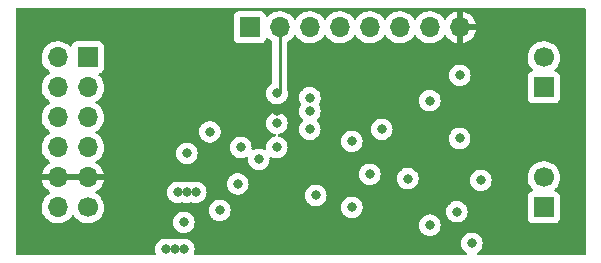
<source format=gbr>
%TF.GenerationSoftware,KiCad,Pcbnew,(6.0.0)*%
%TF.CreationDate,2022-01-10T21:54:34-05:00*%
%TF.ProjectId,ad74111_module,61643734-3131-4315-9f6d-6f64756c652e,rev?*%
%TF.SameCoordinates,Original*%
%TF.FileFunction,Copper,L3,Inr*%
%TF.FilePolarity,Positive*%
%FSLAX46Y46*%
G04 Gerber Fmt 4.6, Leading zero omitted, Abs format (unit mm)*
G04 Created by KiCad (PCBNEW (6.0.0)) date 2022-01-10 21:54:34*
%MOMM*%
%LPD*%
G01*
G04 APERTURE LIST*
%TA.AperFunction,ComponentPad*%
%ADD10R,1.700000X1.700000*%
%TD*%
%TA.AperFunction,ComponentPad*%
%ADD11O,1.700000X1.700000*%
%TD*%
%TA.AperFunction,ComponentPad*%
%ADD12C,1.700000*%
%TD*%
%TA.AperFunction,ViaPad*%
%ADD13C,0.800000*%
%TD*%
%TA.AperFunction,Conductor*%
%ADD14C,0.250000*%
%TD*%
G04 APERTURE END LIST*
D10*
%TO.N,+3V3*%
%TO.C,P4*%
X117602000Y-43942000D03*
D11*
%TO.N,/mclk*%
X120142000Y-43942000D03*
%TO.N,/dclk*%
X122682000Y-43942000D03*
%TO.N,/din*%
X125222000Y-43942000D03*
%TO.N,/dfs*%
X127762000Y-43942000D03*
%TO.N,/dout*%
X130302000Y-43942000D03*
%TO.N,/~{reset}*%
X132842000Y-43942000D03*
%TO.N,GNDD*%
X135382000Y-43942000D03*
%TD*%
D10*
%TO.N,Net-(P2-Pad1)*%
%TO.C,P2*%
X103886000Y-46482000D03*
D11*
%TO.N,Net-(P2-Pad2)*%
X103886000Y-49022000D03*
%TO.N,Net-(P2-Pad3)*%
X103886000Y-51562000D03*
%TO.N,Net-(P2-Pad4)*%
X103886000Y-54102000D03*
%TO.N,GNDD*%
X103886000Y-56642000D03*
D12*
%TO.N,/3v3_in*%
X103886000Y-59182000D03*
D11*
%TO.N,Net-(P2-Pad7)*%
X101346000Y-46482000D03*
%TO.N,unconnected-(P2-Pad8)*%
X101346000Y-49022000D03*
%TO.N,unconnected-(P2-Pad9)*%
X101346000Y-51562000D03*
%TO.N,Net-(P2-Pad10)*%
X101346000Y-54102000D03*
%TO.N,GNDD*%
X101346000Y-56642000D03*
%TO.N,/3v3_in*%
X101346000Y-59182000D03*
%TD*%
D10*
%TO.N,/audio_in*%
%TO.C,P1*%
X142494000Y-49022000D03*
D12*
%TO.N,GNDA*%
X142494000Y-46482000D03*
%TD*%
D10*
%TO.N,/audio_out*%
%TO.C,P3*%
X142494000Y-59182000D03*
D12*
%TO.N,GNDA*%
X142494000Y-56642000D03*
%TD*%
D13*
%TO.N,Net-(C1-Pad2)*%
X135369000Y-53353000D03*
%TO.N,GNDA*%
X130978811Y-56754378D03*
X128778000Y-52578000D03*
X136398000Y-62230000D03*
X119888000Y-52070000D03*
X137160000Y-56896000D03*
X112268000Y-57912000D03*
X127762000Y-56388000D03*
X135382000Y-48006000D03*
X118364000Y-55118000D03*
X112272299Y-54614299D03*
X112014000Y-60452000D03*
X123190000Y-58166000D03*
X115062000Y-59436000D03*
X132842000Y-50165000D03*
X116586000Y-57208500D03*
X111506000Y-57912000D03*
X126238000Y-53594000D03*
X135128000Y-59563000D03*
X126238000Y-59182000D03*
X113030000Y-57912000D03*
%TO.N,Net-(C7-Pad1)*%
X116840000Y-54102000D03*
%TO.N,Net-(C9-Pad1)*%
X119888000Y-54102000D03*
%TO.N,VAA*%
X114226619Y-52798822D03*
X132846299Y-60701701D03*
%TO.N,+3V3*%
X122682000Y-49911000D03*
X110490000Y-62738000D03*
X111252000Y-62738000D03*
X112014000Y-62738000D03*
%TO.N,GNDD*%
X119888000Y-51054000D03*
X125429500Y-50038000D03*
X113792000Y-47244000D03*
%TO.N,+2V5*%
X122682000Y-51054000D03*
%TO.N,Net-(C13-Pad1)*%
X122682000Y-52578000D03*
%TO.N,/mclk*%
X119900294Y-49542294D03*
%TD*%
D14*
%TO.N,/mclk*%
X120142000Y-49300613D02*
X120142000Y-43942000D01*
%TD*%
%TA.AperFunction,Conductor*%
%TO.N,GNDD*%
G36*
X145992121Y-42311002D02*
G01*
X146038614Y-42364658D01*
X146050000Y-42417000D01*
X146050000Y-63120000D01*
X146029998Y-63188121D01*
X145976342Y-63234614D01*
X145924000Y-63246000D01*
X136933016Y-63246000D01*
X136864895Y-63225998D01*
X136818402Y-63172342D01*
X136808298Y-63102068D01*
X136837792Y-63037488D01*
X136858955Y-63018064D01*
X137003909Y-62912749D01*
X137003911Y-62912747D01*
X137009253Y-62908866D01*
X137137040Y-62766944D01*
X137232527Y-62601556D01*
X137291542Y-62419928D01*
X137311504Y-62230000D01*
X137294062Y-62064045D01*
X137292232Y-62046635D01*
X137292232Y-62046633D01*
X137291542Y-62040072D01*
X137232527Y-61858444D01*
X137137040Y-61693056D01*
X137009253Y-61551134D01*
X136854752Y-61438882D01*
X136848724Y-61436198D01*
X136848722Y-61436197D01*
X136686319Y-61363891D01*
X136686318Y-61363891D01*
X136680288Y-61361206D01*
X136586887Y-61341353D01*
X136499944Y-61322872D01*
X136499939Y-61322872D01*
X136493487Y-61321500D01*
X136302513Y-61321500D01*
X136296061Y-61322872D01*
X136296056Y-61322872D01*
X136209113Y-61341353D01*
X136115712Y-61361206D01*
X136109682Y-61363891D01*
X136109681Y-61363891D01*
X135947278Y-61436197D01*
X135947276Y-61436198D01*
X135941248Y-61438882D01*
X135786747Y-61551134D01*
X135658960Y-61693056D01*
X135563473Y-61858444D01*
X135504458Y-62040072D01*
X135503768Y-62046633D01*
X135503768Y-62046635D01*
X135501938Y-62064045D01*
X135484496Y-62230000D01*
X135504458Y-62419928D01*
X135563473Y-62601556D01*
X135658960Y-62766944D01*
X135786747Y-62908866D01*
X135792089Y-62912747D01*
X135792091Y-62912749D01*
X135937045Y-63018064D01*
X135980399Y-63074286D01*
X135986474Y-63145022D01*
X135953343Y-63207814D01*
X135891523Y-63242726D01*
X135862984Y-63246000D01*
X112977618Y-63246000D01*
X112909497Y-63225998D01*
X112863004Y-63172342D01*
X112852900Y-63102068D01*
X112857785Y-63081064D01*
X112905502Y-62934206D01*
X112907542Y-62927928D01*
X112909138Y-62912749D01*
X112926814Y-62744565D01*
X112927504Y-62738000D01*
X112907542Y-62548072D01*
X112848527Y-62366444D01*
X112753040Y-62201056D01*
X112625253Y-62059134D01*
X112470752Y-61946882D01*
X112464724Y-61944198D01*
X112464722Y-61944197D01*
X112302319Y-61871891D01*
X112302318Y-61871891D01*
X112296288Y-61869206D01*
X112202887Y-61849353D01*
X112115944Y-61830872D01*
X112115939Y-61830872D01*
X112109487Y-61829500D01*
X111918513Y-61829500D01*
X111912061Y-61830872D01*
X111912056Y-61830872D01*
X111809267Y-61852721D01*
X111731712Y-61869206D01*
X111725679Y-61871892D01*
X111725676Y-61871893D01*
X111684248Y-61890338D01*
X111613881Y-61899772D01*
X111581752Y-61890338D01*
X111540324Y-61871893D01*
X111540321Y-61871892D01*
X111534288Y-61869206D01*
X111456733Y-61852721D01*
X111353944Y-61830872D01*
X111353939Y-61830872D01*
X111347487Y-61829500D01*
X111156513Y-61829500D01*
X111150061Y-61830872D01*
X111150056Y-61830872D01*
X111047267Y-61852721D01*
X110969712Y-61869206D01*
X110963679Y-61871892D01*
X110963676Y-61871893D01*
X110922248Y-61890338D01*
X110851881Y-61899772D01*
X110819752Y-61890338D01*
X110778324Y-61871893D01*
X110778321Y-61871892D01*
X110772288Y-61869206D01*
X110694733Y-61852721D01*
X110591944Y-61830872D01*
X110591939Y-61830872D01*
X110585487Y-61829500D01*
X110394513Y-61829500D01*
X110388061Y-61830872D01*
X110388056Y-61830872D01*
X110301113Y-61849353D01*
X110207712Y-61869206D01*
X110201682Y-61871891D01*
X110201681Y-61871891D01*
X110039278Y-61944197D01*
X110039276Y-61944198D01*
X110033248Y-61946882D01*
X109878747Y-62059134D01*
X109750960Y-62201056D01*
X109655473Y-62366444D01*
X109596458Y-62548072D01*
X109576496Y-62738000D01*
X109577186Y-62744565D01*
X109594863Y-62912749D01*
X109596458Y-62927928D01*
X109598498Y-62934206D01*
X109646215Y-63081064D01*
X109648243Y-63152031D01*
X109611580Y-63212829D01*
X109547868Y-63244155D01*
X109526382Y-63246000D01*
X97916000Y-63246000D01*
X97847879Y-63225998D01*
X97801386Y-63172342D01*
X97790000Y-63120000D01*
X97790000Y-59148695D01*
X99983251Y-59148695D01*
X99983548Y-59153848D01*
X99983548Y-59153851D01*
X99989011Y-59248590D01*
X99996110Y-59371715D01*
X99997247Y-59376761D01*
X99997248Y-59376767D01*
X100009118Y-59429435D01*
X100045222Y-59589639D01*
X100129266Y-59796616D01*
X100168638Y-59860866D01*
X100243291Y-59982688D01*
X100245987Y-59987088D01*
X100392250Y-60155938D01*
X100564126Y-60298632D01*
X100757000Y-60411338D01*
X100965692Y-60491030D01*
X100970760Y-60492061D01*
X100970763Y-60492062D01*
X101036789Y-60505495D01*
X101184597Y-60535567D01*
X101189772Y-60535757D01*
X101189774Y-60535757D01*
X101402673Y-60543564D01*
X101402677Y-60543564D01*
X101407837Y-60543753D01*
X101412957Y-60543097D01*
X101412959Y-60543097D01*
X101624288Y-60516025D01*
X101624289Y-60516025D01*
X101629416Y-60515368D01*
X101641399Y-60511773D01*
X101838429Y-60452661D01*
X101838434Y-60452659D01*
X101843384Y-60451174D01*
X102043994Y-60352896D01*
X102225860Y-60223173D01*
X102278743Y-60170475D01*
X102314884Y-60134460D01*
X102384096Y-60065489D01*
X102393670Y-60052166D01*
X102514453Y-59884077D01*
X102515776Y-59885028D01*
X102562645Y-59841857D01*
X102632580Y-59829625D01*
X102698026Y-59857144D01*
X102725875Y-59888994D01*
X102785987Y-59987088D01*
X102932250Y-60155938D01*
X103104126Y-60298632D01*
X103297000Y-60411338D01*
X103505692Y-60491030D01*
X103510760Y-60492061D01*
X103510763Y-60492062D01*
X103576789Y-60505495D01*
X103724597Y-60535567D01*
X103729772Y-60535757D01*
X103729774Y-60535757D01*
X103942673Y-60543564D01*
X103942677Y-60543564D01*
X103947837Y-60543753D01*
X103952957Y-60543097D01*
X103952959Y-60543097D01*
X104164288Y-60516025D01*
X104164289Y-60516025D01*
X104169416Y-60515368D01*
X104181399Y-60511773D01*
X104378429Y-60452661D01*
X104378434Y-60452659D01*
X104380631Y-60452000D01*
X111100496Y-60452000D01*
X111101186Y-60458565D01*
X111110140Y-60543753D01*
X111120458Y-60641928D01*
X111179473Y-60823556D01*
X111274960Y-60988944D01*
X111402747Y-61130866D01*
X111557248Y-61243118D01*
X111563276Y-61245802D01*
X111563278Y-61245803D01*
X111725681Y-61318109D01*
X111731712Y-61320794D01*
X111825113Y-61340647D01*
X111912056Y-61359128D01*
X111912061Y-61359128D01*
X111918513Y-61360500D01*
X112109487Y-61360500D01*
X112115939Y-61359128D01*
X112115944Y-61359128D01*
X112202887Y-61340647D01*
X112296288Y-61320794D01*
X112302319Y-61318109D01*
X112464722Y-61245803D01*
X112464724Y-61245802D01*
X112470752Y-61243118D01*
X112625253Y-61130866D01*
X112753040Y-60988944D01*
X112848527Y-60823556D01*
X112888120Y-60701701D01*
X131932795Y-60701701D01*
X131952757Y-60891629D01*
X132011772Y-61073257D01*
X132107259Y-61238645D01*
X132111677Y-61243552D01*
X132111678Y-61243553D01*
X132217613Y-61361206D01*
X132235046Y-61380567D01*
X132389547Y-61492819D01*
X132395575Y-61495503D01*
X132395577Y-61495504D01*
X132557980Y-61567810D01*
X132564011Y-61570495D01*
X132657411Y-61590348D01*
X132744355Y-61608829D01*
X132744360Y-61608829D01*
X132750812Y-61610201D01*
X132941786Y-61610201D01*
X132948238Y-61608829D01*
X132948243Y-61608829D01*
X133035187Y-61590348D01*
X133128587Y-61570495D01*
X133134618Y-61567810D01*
X133297021Y-61495504D01*
X133297023Y-61495503D01*
X133303051Y-61492819D01*
X133457552Y-61380567D01*
X133474985Y-61361206D01*
X133580920Y-61243553D01*
X133580921Y-61243552D01*
X133585339Y-61238645D01*
X133680826Y-61073257D01*
X133739841Y-60891629D01*
X133759803Y-60701701D01*
X133743202Y-60543753D01*
X133740531Y-60518336D01*
X133740531Y-60518334D01*
X133739841Y-60511773D01*
X133680826Y-60330145D01*
X133585339Y-60164757D01*
X133580372Y-60159240D01*
X133461974Y-60027746D01*
X133461973Y-60027745D01*
X133457552Y-60022835D01*
X133336047Y-59934556D01*
X133308393Y-59914464D01*
X133308392Y-59914463D01*
X133303051Y-59910583D01*
X133297023Y-59907899D01*
X133297021Y-59907898D01*
X133134618Y-59835592D01*
X133134617Y-59835592D01*
X133128587Y-59832907D01*
X133009321Y-59807556D01*
X132948243Y-59794573D01*
X132948238Y-59794573D01*
X132941786Y-59793201D01*
X132750812Y-59793201D01*
X132744360Y-59794573D01*
X132744355Y-59794573D01*
X132683277Y-59807556D01*
X132564011Y-59832907D01*
X132557981Y-59835592D01*
X132557980Y-59835592D01*
X132395577Y-59907898D01*
X132395575Y-59907899D01*
X132389547Y-59910583D01*
X132384206Y-59914463D01*
X132384205Y-59914464D01*
X132356551Y-59934556D01*
X132235046Y-60022835D01*
X132230625Y-60027745D01*
X132230624Y-60027746D01*
X132112227Y-60159240D01*
X132107259Y-60164757D01*
X132011772Y-60330145D01*
X131952757Y-60511773D01*
X131952067Y-60518334D01*
X131952067Y-60518336D01*
X131949396Y-60543753D01*
X131932795Y-60701701D01*
X112888120Y-60701701D01*
X112907542Y-60641928D01*
X112917861Y-60543753D01*
X112926814Y-60458565D01*
X112927504Y-60452000D01*
X112926814Y-60445435D01*
X112908232Y-60268635D01*
X112908232Y-60268633D01*
X112907542Y-60262072D01*
X112848527Y-60080444D01*
X112753040Y-59915056D01*
X112725147Y-59884077D01*
X112629675Y-59778045D01*
X112629674Y-59778044D01*
X112625253Y-59773134D01*
X112502311Y-59683811D01*
X112476094Y-59664763D01*
X112476093Y-59664762D01*
X112470752Y-59660882D01*
X112464724Y-59658198D01*
X112464722Y-59658197D01*
X112302319Y-59585891D01*
X112302318Y-59585891D01*
X112296288Y-59583206D01*
X112183721Y-59559279D01*
X112115944Y-59544872D01*
X112115939Y-59544872D01*
X112109487Y-59543500D01*
X111918513Y-59543500D01*
X111912061Y-59544872D01*
X111912056Y-59544872D01*
X111844279Y-59559279D01*
X111731712Y-59583206D01*
X111725682Y-59585891D01*
X111725681Y-59585891D01*
X111563278Y-59658197D01*
X111563276Y-59658198D01*
X111557248Y-59660882D01*
X111551907Y-59664762D01*
X111551906Y-59664763D01*
X111525689Y-59683811D01*
X111402747Y-59773134D01*
X111398326Y-59778044D01*
X111398325Y-59778045D01*
X111302854Y-59884077D01*
X111274960Y-59915056D01*
X111179473Y-60080444D01*
X111120458Y-60262072D01*
X111119768Y-60268633D01*
X111119768Y-60268635D01*
X111101186Y-60445435D01*
X111100496Y-60452000D01*
X104380631Y-60452000D01*
X104383384Y-60451174D01*
X104583994Y-60352896D01*
X104765860Y-60223173D01*
X104818743Y-60170475D01*
X104854884Y-60134460D01*
X104924096Y-60065489D01*
X104933670Y-60052166D01*
X105051435Y-59888277D01*
X105054453Y-59884077D01*
X105064006Y-59864749D01*
X105151136Y-59688453D01*
X105151137Y-59688451D01*
X105153430Y-59683811D01*
X105218370Y-59470069D01*
X105222855Y-59436000D01*
X114148496Y-59436000D01*
X114149186Y-59442565D01*
X114163824Y-59581834D01*
X114168458Y-59625928D01*
X114227473Y-59807556D01*
X114230776Y-59813278D01*
X114230777Y-59813279D01*
X114241317Y-59831535D01*
X114322960Y-59972944D01*
X114327378Y-59977851D01*
X114327379Y-59977852D01*
X114419474Y-60080134D01*
X114450747Y-60114866D01*
X114512661Y-60159849D01*
X114594803Y-60219529D01*
X114605248Y-60227118D01*
X114611276Y-60229802D01*
X114611278Y-60229803D01*
X114771734Y-60301242D01*
X114779712Y-60304794D01*
X114872054Y-60324422D01*
X114960056Y-60343128D01*
X114960061Y-60343128D01*
X114966513Y-60344500D01*
X115157487Y-60344500D01*
X115163939Y-60343128D01*
X115163944Y-60343128D01*
X115251946Y-60324422D01*
X115344288Y-60304794D01*
X115352266Y-60301242D01*
X115512722Y-60229803D01*
X115512724Y-60229802D01*
X115518752Y-60227118D01*
X115529198Y-60219529D01*
X115611339Y-60159849D01*
X115673253Y-60114866D01*
X115704526Y-60080134D01*
X115796621Y-59977852D01*
X115796622Y-59977851D01*
X115801040Y-59972944D01*
X115882683Y-59831535D01*
X115893223Y-59813279D01*
X115893224Y-59813278D01*
X115896527Y-59807556D01*
X115955542Y-59625928D01*
X115960177Y-59581834D01*
X115974814Y-59442565D01*
X115975504Y-59436000D01*
X115968770Y-59371928D01*
X115956232Y-59252635D01*
X115956232Y-59252633D01*
X115955542Y-59246072D01*
X115934724Y-59182000D01*
X125324496Y-59182000D01*
X125325186Y-59188565D01*
X125331844Y-59251908D01*
X125344458Y-59371928D01*
X125403473Y-59553556D01*
X125406776Y-59559278D01*
X125406777Y-59559279D01*
X125427069Y-59594425D01*
X125498960Y-59718944D01*
X125503378Y-59723851D01*
X125503379Y-59723852D01*
X125600337Y-59831535D01*
X125626747Y-59860866D01*
X125781248Y-59973118D01*
X125787276Y-59975802D01*
X125787278Y-59975803D01*
X125903945Y-60027746D01*
X125955712Y-60050794D01*
X126042009Y-60069137D01*
X126136056Y-60089128D01*
X126136061Y-60089128D01*
X126142513Y-60090500D01*
X126333487Y-60090500D01*
X126339939Y-60089128D01*
X126339944Y-60089128D01*
X126433991Y-60069137D01*
X126520288Y-60050794D01*
X126572055Y-60027746D01*
X126688722Y-59975803D01*
X126688724Y-59975802D01*
X126694752Y-59973118D01*
X126849253Y-59860866D01*
X126875663Y-59831535D01*
X126972621Y-59723852D01*
X126972622Y-59723851D01*
X126977040Y-59718944D01*
X127048931Y-59594425D01*
X127067075Y-59563000D01*
X134214496Y-59563000D01*
X134215186Y-59569565D01*
X134227194Y-59683811D01*
X134234458Y-59752928D01*
X134293473Y-59934556D01*
X134388960Y-60099944D01*
X134393378Y-60104851D01*
X134393379Y-60104852D01*
X134447318Y-60164757D01*
X134516747Y-60241866D01*
X134594878Y-60298632D01*
X134656122Y-60343128D01*
X134671248Y-60354118D01*
X134677276Y-60356802D01*
X134677278Y-60356803D01*
X134803906Y-60413181D01*
X134845712Y-60431794D01*
X134936887Y-60451174D01*
X135026056Y-60470128D01*
X135026061Y-60470128D01*
X135032513Y-60471500D01*
X135223487Y-60471500D01*
X135229939Y-60470128D01*
X135229944Y-60470128D01*
X135319113Y-60451174D01*
X135410288Y-60431794D01*
X135452094Y-60413181D01*
X135578722Y-60356803D01*
X135578724Y-60356802D01*
X135584752Y-60354118D01*
X135599879Y-60343128D01*
X135661122Y-60298632D01*
X135739253Y-60241866D01*
X135808682Y-60164757D01*
X135862621Y-60104852D01*
X135862622Y-60104851D01*
X135867040Y-60099944D01*
X135962527Y-59934556D01*
X136021542Y-59752928D01*
X136028807Y-59683811D01*
X136040814Y-59569565D01*
X136041504Y-59563000D01*
X136039599Y-59544872D01*
X136022232Y-59379635D01*
X136022232Y-59379633D01*
X136021542Y-59373072D01*
X135962527Y-59191444D01*
X135957075Y-59182000D01*
X135872085Y-59034794D01*
X135867040Y-59026056D01*
X135802469Y-58954342D01*
X135743675Y-58889045D01*
X135743674Y-58889044D01*
X135739253Y-58884134D01*
X135598907Y-58782166D01*
X135590094Y-58775763D01*
X135590093Y-58775762D01*
X135584752Y-58771882D01*
X135578724Y-58769198D01*
X135578722Y-58769197D01*
X135416319Y-58696891D01*
X135416318Y-58696891D01*
X135410288Y-58694206D01*
X135316887Y-58674353D01*
X135229944Y-58655872D01*
X135229939Y-58655872D01*
X135223487Y-58654500D01*
X135032513Y-58654500D01*
X135026061Y-58655872D01*
X135026056Y-58655872D01*
X134939113Y-58674353D01*
X134845712Y-58694206D01*
X134839682Y-58696891D01*
X134839681Y-58696891D01*
X134677278Y-58769197D01*
X134677276Y-58769198D01*
X134671248Y-58771882D01*
X134665907Y-58775762D01*
X134665906Y-58775763D01*
X134657093Y-58782166D01*
X134516747Y-58884134D01*
X134512326Y-58889044D01*
X134512325Y-58889045D01*
X134453532Y-58954342D01*
X134388960Y-59026056D01*
X134383915Y-59034794D01*
X134298926Y-59182000D01*
X134293473Y-59191444D01*
X134234458Y-59373072D01*
X134233768Y-59379633D01*
X134233768Y-59379635D01*
X134216401Y-59544872D01*
X134214496Y-59563000D01*
X127067075Y-59563000D01*
X127069223Y-59559279D01*
X127069224Y-59559278D01*
X127072527Y-59553556D01*
X127131542Y-59371928D01*
X127144157Y-59251908D01*
X127150814Y-59188565D01*
X127151504Y-59182000D01*
X127147464Y-59143562D01*
X127132232Y-58998635D01*
X127132232Y-58998633D01*
X127131542Y-58992072D01*
X127072527Y-58810444D01*
X126977040Y-58645056D01*
X126931744Y-58594749D01*
X126853675Y-58508045D01*
X126853674Y-58508044D01*
X126849253Y-58503134D01*
X126694752Y-58390882D01*
X126688724Y-58388198D01*
X126688722Y-58388197D01*
X126526319Y-58315891D01*
X126526318Y-58315891D01*
X126520288Y-58313206D01*
X126398331Y-58287283D01*
X126339944Y-58274872D01*
X126339939Y-58274872D01*
X126333487Y-58273500D01*
X126142513Y-58273500D01*
X126136061Y-58274872D01*
X126136056Y-58274872D01*
X126077669Y-58287283D01*
X125955712Y-58313206D01*
X125949682Y-58315891D01*
X125949681Y-58315891D01*
X125787278Y-58388197D01*
X125787276Y-58388198D01*
X125781248Y-58390882D01*
X125626747Y-58503134D01*
X125622326Y-58508044D01*
X125622325Y-58508045D01*
X125544257Y-58594749D01*
X125498960Y-58645056D01*
X125403473Y-58810444D01*
X125344458Y-58992072D01*
X125343768Y-58998633D01*
X125343768Y-58998635D01*
X125328536Y-59143562D01*
X125324496Y-59182000D01*
X115934724Y-59182000D01*
X115896527Y-59064444D01*
X115801040Y-58899056D01*
X115755744Y-58848749D01*
X115677675Y-58762045D01*
X115677674Y-58762044D01*
X115673253Y-58757134D01*
X115574157Y-58685136D01*
X115524094Y-58648763D01*
X115524093Y-58648762D01*
X115518752Y-58644882D01*
X115512724Y-58642198D01*
X115512722Y-58642197D01*
X115350319Y-58569891D01*
X115350318Y-58569891D01*
X115344288Y-58567206D01*
X115231721Y-58543279D01*
X115163944Y-58528872D01*
X115163939Y-58528872D01*
X115157487Y-58527500D01*
X114966513Y-58527500D01*
X114960061Y-58528872D01*
X114960056Y-58528872D01*
X114892279Y-58543279D01*
X114779712Y-58567206D01*
X114773682Y-58569891D01*
X114773681Y-58569891D01*
X114611278Y-58642197D01*
X114611276Y-58642198D01*
X114605248Y-58644882D01*
X114599907Y-58648762D01*
X114599906Y-58648763D01*
X114549843Y-58685136D01*
X114450747Y-58757134D01*
X114446326Y-58762044D01*
X114446325Y-58762045D01*
X114368257Y-58848749D01*
X114322960Y-58899056D01*
X114227473Y-59064444D01*
X114168458Y-59246072D01*
X114167768Y-59252633D01*
X114167768Y-59252635D01*
X114155230Y-59371928D01*
X114148496Y-59436000D01*
X105222855Y-59436000D01*
X105247529Y-59248590D01*
X105249156Y-59182000D01*
X105230852Y-58959361D01*
X105176431Y-58742702D01*
X105087354Y-58537840D01*
X105029845Y-58448944D01*
X104968822Y-58354617D01*
X104968820Y-58354614D01*
X104966014Y-58350277D01*
X104815670Y-58185051D01*
X104811619Y-58181852D01*
X104811615Y-58181848D01*
X104644414Y-58049800D01*
X104644410Y-58049798D01*
X104640359Y-58046598D01*
X104598569Y-58023529D01*
X104548598Y-57973097D01*
X104535601Y-57912000D01*
X110592496Y-57912000D01*
X110593186Y-57918565D01*
X110611594Y-58093703D01*
X110612458Y-58101928D01*
X110671473Y-58283556D01*
X110674776Y-58289278D01*
X110674777Y-58289279D01*
X110694903Y-58324138D01*
X110766960Y-58448944D01*
X110771378Y-58453851D01*
X110771379Y-58453852D01*
X110872208Y-58565834D01*
X110894747Y-58590866D01*
X110962578Y-58640148D01*
X111036982Y-58694206D01*
X111049248Y-58703118D01*
X111055276Y-58705802D01*
X111055278Y-58705803D01*
X111203695Y-58771882D01*
X111223712Y-58780794D01*
X111317113Y-58800647D01*
X111404056Y-58819128D01*
X111404061Y-58819128D01*
X111410513Y-58820500D01*
X111601487Y-58820500D01*
X111607939Y-58819128D01*
X111607944Y-58819128D01*
X111746660Y-58789642D01*
X111788288Y-58780794D01*
X111794321Y-58778108D01*
X111794324Y-58778107D01*
X111835752Y-58759662D01*
X111906119Y-58750228D01*
X111938248Y-58759662D01*
X111979676Y-58778107D01*
X111979679Y-58778108D01*
X111985712Y-58780794D01*
X112027340Y-58789642D01*
X112166056Y-58819128D01*
X112166061Y-58819128D01*
X112172513Y-58820500D01*
X112363487Y-58820500D01*
X112369939Y-58819128D01*
X112369944Y-58819128D01*
X112508660Y-58789642D01*
X112550288Y-58780794D01*
X112556321Y-58778108D01*
X112556324Y-58778107D01*
X112597752Y-58759662D01*
X112668119Y-58750228D01*
X112700248Y-58759662D01*
X112741676Y-58778107D01*
X112741679Y-58778108D01*
X112747712Y-58780794D01*
X112789340Y-58789642D01*
X112928056Y-58819128D01*
X112928061Y-58819128D01*
X112934513Y-58820500D01*
X113125487Y-58820500D01*
X113131939Y-58819128D01*
X113131944Y-58819128D01*
X113218887Y-58800647D01*
X113312288Y-58780794D01*
X113332305Y-58771882D01*
X113480722Y-58705803D01*
X113480724Y-58705802D01*
X113486752Y-58703118D01*
X113499019Y-58694206D01*
X113573422Y-58640148D01*
X113641253Y-58590866D01*
X113663792Y-58565834D01*
X113764621Y-58453852D01*
X113764622Y-58453851D01*
X113769040Y-58448944D01*
X113841097Y-58324138D01*
X113861223Y-58289279D01*
X113861224Y-58289278D01*
X113864527Y-58283556D01*
X113902724Y-58166000D01*
X122276496Y-58166000D01*
X122277186Y-58172565D01*
X122295463Y-58346457D01*
X122296458Y-58355928D01*
X122355473Y-58537556D01*
X122450960Y-58702944D01*
X122455378Y-58707851D01*
X122455379Y-58707852D01*
X122542600Y-58804721D01*
X122578747Y-58844866D01*
X122733248Y-58957118D01*
X122739276Y-58959802D01*
X122739278Y-58959803D01*
X122811756Y-58992072D01*
X122907712Y-59034794D01*
X123001112Y-59054647D01*
X123088056Y-59073128D01*
X123088061Y-59073128D01*
X123094513Y-59074500D01*
X123285487Y-59074500D01*
X123291939Y-59073128D01*
X123291944Y-59073128D01*
X123378888Y-59054647D01*
X123472288Y-59034794D01*
X123568244Y-58992072D01*
X123640722Y-58959803D01*
X123640724Y-58959802D01*
X123646752Y-58957118D01*
X123801253Y-58844866D01*
X123837400Y-58804721D01*
X123924621Y-58707852D01*
X123924622Y-58707851D01*
X123929040Y-58702944D01*
X124024527Y-58537556D01*
X124083542Y-58355928D01*
X124084538Y-58346457D01*
X124102814Y-58172565D01*
X124103504Y-58166000D01*
X124091291Y-58049800D01*
X124084232Y-57982635D01*
X124084232Y-57982633D01*
X124083542Y-57976072D01*
X124024527Y-57794444D01*
X124005121Y-57760831D01*
X123962562Y-57687118D01*
X123929040Y-57629056D01*
X123921325Y-57620487D01*
X123805675Y-57492045D01*
X123805674Y-57492044D01*
X123801253Y-57487134D01*
X123646752Y-57374882D01*
X123640724Y-57372198D01*
X123640722Y-57372197D01*
X123478319Y-57299891D01*
X123478318Y-57299891D01*
X123472288Y-57297206D01*
X123359721Y-57273279D01*
X123291944Y-57258872D01*
X123291939Y-57258872D01*
X123285487Y-57257500D01*
X123094513Y-57257500D01*
X123088061Y-57258872D01*
X123088056Y-57258872D01*
X123020279Y-57273279D01*
X122907712Y-57297206D01*
X122901682Y-57299891D01*
X122901681Y-57299891D01*
X122739278Y-57372197D01*
X122739276Y-57372198D01*
X122733248Y-57374882D01*
X122578747Y-57487134D01*
X122574326Y-57492044D01*
X122574325Y-57492045D01*
X122458676Y-57620487D01*
X122450960Y-57629056D01*
X122417438Y-57687118D01*
X122374880Y-57760831D01*
X122355473Y-57794444D01*
X122296458Y-57976072D01*
X122295768Y-57982633D01*
X122295768Y-57982635D01*
X122288709Y-58049800D01*
X122276496Y-58166000D01*
X113902724Y-58166000D01*
X113923542Y-58101928D01*
X113924407Y-58093703D01*
X113942814Y-57918565D01*
X113943504Y-57912000D01*
X113932851Y-57810641D01*
X113924232Y-57728635D01*
X113924232Y-57728633D01*
X113923542Y-57722072D01*
X113864527Y-57540444D01*
X113769040Y-57375056D01*
X113741147Y-57344077D01*
X113645675Y-57238045D01*
X113645674Y-57238044D01*
X113641253Y-57233134D01*
X113607347Y-57208500D01*
X115672496Y-57208500D01*
X115673186Y-57215065D01*
X115690603Y-57380774D01*
X115692458Y-57398428D01*
X115751473Y-57580056D01*
X115754776Y-57585778D01*
X115754777Y-57585779D01*
X115788686Y-57644510D01*
X115846960Y-57745444D01*
X115851378Y-57750351D01*
X115851379Y-57750352D01*
X115969362Y-57881385D01*
X115974747Y-57887366D01*
X116129248Y-57999618D01*
X116135276Y-58002302D01*
X116135278Y-58002303D01*
X116234767Y-58046598D01*
X116303712Y-58077294D01*
X116380910Y-58093703D01*
X116484056Y-58115628D01*
X116484061Y-58115628D01*
X116490513Y-58117000D01*
X116681487Y-58117000D01*
X116687939Y-58115628D01*
X116687944Y-58115628D01*
X116791090Y-58093703D01*
X116868288Y-58077294D01*
X116937233Y-58046598D01*
X117036722Y-58002303D01*
X117036724Y-58002302D01*
X117042752Y-57999618D01*
X117197253Y-57887366D01*
X117202638Y-57881385D01*
X117320621Y-57750352D01*
X117320622Y-57750351D01*
X117325040Y-57745444D01*
X117383314Y-57644510D01*
X117417223Y-57585779D01*
X117417224Y-57585778D01*
X117420527Y-57580056D01*
X117479542Y-57398428D01*
X117481398Y-57380774D01*
X117498814Y-57215065D01*
X117499504Y-57208500D01*
X117490295Y-57120882D01*
X117480232Y-57025135D01*
X117480232Y-57025133D01*
X117479542Y-57018572D01*
X117420527Y-56836944D01*
X117325040Y-56671556D01*
X117228602Y-56564450D01*
X117201675Y-56534545D01*
X117201674Y-56534544D01*
X117197253Y-56529634D01*
X117098157Y-56457636D01*
X117048094Y-56421263D01*
X117048093Y-56421262D01*
X117042752Y-56417382D01*
X117036724Y-56414698D01*
X117036722Y-56414697D01*
X116976759Y-56388000D01*
X126848496Y-56388000D01*
X126849186Y-56394565D01*
X126866382Y-56558172D01*
X126868458Y-56577928D01*
X126927473Y-56759556D01*
X127022960Y-56924944D01*
X127027378Y-56929851D01*
X127027379Y-56929852D01*
X127046046Y-56950584D01*
X127150747Y-57066866D01*
X127305248Y-57179118D01*
X127311276Y-57181802D01*
X127311278Y-57181803D01*
X127468560Y-57251829D01*
X127479712Y-57256794D01*
X127573113Y-57276647D01*
X127660056Y-57295128D01*
X127660061Y-57295128D01*
X127666513Y-57296500D01*
X127857487Y-57296500D01*
X127863939Y-57295128D01*
X127863944Y-57295128D01*
X127950887Y-57276647D01*
X128044288Y-57256794D01*
X128055440Y-57251829D01*
X128212722Y-57181803D01*
X128212724Y-57181802D01*
X128218752Y-57179118D01*
X128373253Y-57066866D01*
X128477954Y-56950584D01*
X128496621Y-56929852D01*
X128496622Y-56929851D01*
X128501040Y-56924944D01*
X128596527Y-56759556D01*
X128598209Y-56754378D01*
X130065307Y-56754378D01*
X130065997Y-56760943D01*
X130083773Y-56930069D01*
X130085269Y-56944306D01*
X130144284Y-57125934D01*
X130239771Y-57291322D01*
X130244189Y-57296229D01*
X130244190Y-57296230D01*
X130341862Y-57404706D01*
X130367558Y-57433244D01*
X130441731Y-57487134D01*
X130515106Y-57540444D01*
X130522059Y-57545496D01*
X130528087Y-57548180D01*
X130528089Y-57548181D01*
X130687696Y-57619242D01*
X130696523Y-57623172D01*
X130789923Y-57643025D01*
X130876867Y-57661506D01*
X130876872Y-57661506D01*
X130883324Y-57662878D01*
X131074298Y-57662878D01*
X131080750Y-57661506D01*
X131080755Y-57661506D01*
X131167699Y-57643025D01*
X131261099Y-57623172D01*
X131269926Y-57619242D01*
X131429533Y-57548181D01*
X131429535Y-57548180D01*
X131435563Y-57545496D01*
X131442517Y-57540444D01*
X131515891Y-57487134D01*
X131590064Y-57433244D01*
X131615760Y-57404706D01*
X131713432Y-57296230D01*
X131713433Y-57296229D01*
X131717851Y-57291322D01*
X131813338Y-57125934D01*
X131872353Y-56944306D01*
X131873850Y-56930069D01*
X131877431Y-56896000D01*
X136246496Y-56896000D01*
X136247186Y-56902565D01*
X136264863Y-57070749D01*
X136266458Y-57085928D01*
X136325473Y-57267556D01*
X136420960Y-57432944D01*
X136425378Y-57437851D01*
X136425379Y-57437852D01*
X136469753Y-57487134D01*
X136548747Y-57574866D01*
X136631203Y-57634774D01*
X136696328Y-57682090D01*
X136703248Y-57687118D01*
X136709276Y-57689802D01*
X136709278Y-57689803D01*
X136868811Y-57760831D01*
X136877712Y-57764794D01*
X136971113Y-57784647D01*
X137058056Y-57803128D01*
X137058061Y-57803128D01*
X137064513Y-57804500D01*
X137255487Y-57804500D01*
X137261939Y-57803128D01*
X137261944Y-57803128D01*
X137348887Y-57784647D01*
X137442288Y-57764794D01*
X137451189Y-57760831D01*
X137610722Y-57689803D01*
X137610724Y-57689802D01*
X137616752Y-57687118D01*
X137623673Y-57682090D01*
X137688797Y-57634774D01*
X137771253Y-57574866D01*
X137850247Y-57487134D01*
X137894621Y-57437852D01*
X137894622Y-57437851D01*
X137899040Y-57432944D01*
X137994527Y-57267556D01*
X138053542Y-57085928D01*
X138055138Y-57070749D01*
X138072814Y-56902565D01*
X138073504Y-56896000D01*
X138067278Y-56836767D01*
X138054232Y-56712635D01*
X138054232Y-56712633D01*
X138053542Y-56706072D01*
X138021902Y-56608695D01*
X141131251Y-56608695D01*
X141131548Y-56613848D01*
X141131548Y-56613851D01*
X141137011Y-56708590D01*
X141144110Y-56831715D01*
X141145247Y-56836761D01*
X141145248Y-56836767D01*
X141157118Y-56889435D01*
X141193222Y-57049639D01*
X141277266Y-57256616D01*
X141313777Y-57316197D01*
X141391104Y-57442383D01*
X141393987Y-57447088D01*
X141540250Y-57615938D01*
X141544230Y-57619242D01*
X141548981Y-57623187D01*
X141588616Y-57682090D01*
X141590113Y-57753071D01*
X141552997Y-57813593D01*
X141512724Y-57838112D01*
X141397295Y-57881385D01*
X141280739Y-57968739D01*
X141193385Y-58085295D01*
X141142255Y-58221684D01*
X141135500Y-58283866D01*
X141135500Y-60080134D01*
X141142255Y-60142316D01*
X141193385Y-60278705D01*
X141280739Y-60395261D01*
X141397295Y-60482615D01*
X141533684Y-60533745D01*
X141595866Y-60540500D01*
X143392134Y-60540500D01*
X143454316Y-60533745D01*
X143590705Y-60482615D01*
X143707261Y-60395261D01*
X143794615Y-60278705D01*
X143845745Y-60142316D01*
X143852500Y-60080134D01*
X143852500Y-58283866D01*
X143845745Y-58221684D01*
X143794615Y-58085295D01*
X143707261Y-57968739D01*
X143590705Y-57881385D01*
X143522871Y-57855955D01*
X143472203Y-57836960D01*
X143415439Y-57794318D01*
X143390739Y-57727756D01*
X143405947Y-57658408D01*
X143427493Y-57629727D01*
X143477338Y-57580056D01*
X143532096Y-57525489D01*
X143591594Y-57442689D01*
X143659435Y-57348277D01*
X143662453Y-57344077D01*
X143686101Y-57296230D01*
X143759136Y-57148453D01*
X143759137Y-57148451D01*
X143761430Y-57143811D01*
X143820137Y-56950584D01*
X143824865Y-56935023D01*
X143824865Y-56935021D01*
X143826370Y-56930069D01*
X143855529Y-56708590D01*
X143857156Y-56642000D01*
X143838852Y-56419361D01*
X143784431Y-56202702D01*
X143695354Y-55997840D01*
X143597220Y-55846148D01*
X143576822Y-55814617D01*
X143576820Y-55814614D01*
X143574014Y-55810277D01*
X143423670Y-55645051D01*
X143419619Y-55641852D01*
X143419615Y-55641848D01*
X143252414Y-55509800D01*
X143252410Y-55509798D01*
X143248359Y-55506598D01*
X143052789Y-55398638D01*
X143047920Y-55396914D01*
X143047916Y-55396912D01*
X142847087Y-55325795D01*
X142847083Y-55325794D01*
X142842212Y-55324069D01*
X142837119Y-55323162D01*
X142837116Y-55323161D01*
X142627373Y-55285800D01*
X142627367Y-55285799D01*
X142622284Y-55284894D01*
X142548452Y-55283992D01*
X142404081Y-55282228D01*
X142404079Y-55282228D01*
X142398911Y-55282165D01*
X142178091Y-55315955D01*
X141965756Y-55385357D01*
X141927221Y-55405417D01*
X141775372Y-55484465D01*
X141767607Y-55488507D01*
X141763474Y-55491610D01*
X141763471Y-55491612D01*
X141593100Y-55619530D01*
X141588965Y-55622635D01*
X141434629Y-55784138D01*
X141431715Y-55788410D01*
X141431714Y-55788411D01*
X141423298Y-55800749D01*
X141308743Y-55968680D01*
X141214688Y-56171305D01*
X141154989Y-56386570D01*
X141131251Y-56608695D01*
X138021902Y-56608695D01*
X137994527Y-56524444D01*
X137899040Y-56359056D01*
X137771253Y-56217134D01*
X137616752Y-56104882D01*
X137610724Y-56102198D01*
X137610722Y-56102197D01*
X137448319Y-56029891D01*
X137448318Y-56029891D01*
X137442288Y-56027206D01*
X137348887Y-56007353D01*
X137261944Y-55988872D01*
X137261939Y-55988872D01*
X137255487Y-55987500D01*
X137064513Y-55987500D01*
X137058061Y-55988872D01*
X137058056Y-55988872D01*
X136971113Y-56007353D01*
X136877712Y-56027206D01*
X136871682Y-56029891D01*
X136871681Y-56029891D01*
X136709278Y-56102197D01*
X136709276Y-56102198D01*
X136703248Y-56104882D01*
X136548747Y-56217134D01*
X136420960Y-56359056D01*
X136325473Y-56524444D01*
X136266458Y-56706072D01*
X136265768Y-56712633D01*
X136265768Y-56712635D01*
X136252722Y-56836767D01*
X136246496Y-56896000D01*
X131877431Y-56896000D01*
X131891625Y-56760943D01*
X131892315Y-56754378D01*
X131887238Y-56706072D01*
X131873043Y-56571013D01*
X131873043Y-56571011D01*
X131872353Y-56564450D01*
X131813338Y-56382822D01*
X131808792Y-56374947D01*
X131721152Y-56223152D01*
X131717851Y-56217434D01*
X131709105Y-56207720D01*
X131594486Y-56080423D01*
X131594485Y-56080422D01*
X131590064Y-56075512D01*
X131469843Y-55988166D01*
X131440905Y-55967141D01*
X131440904Y-55967140D01*
X131435563Y-55963260D01*
X131429535Y-55960576D01*
X131429533Y-55960575D01*
X131267130Y-55888269D01*
X131267129Y-55888269D01*
X131261099Y-55885584D01*
X131167698Y-55865731D01*
X131080755Y-55847250D01*
X131080750Y-55847250D01*
X131074298Y-55845878D01*
X130883324Y-55845878D01*
X130876872Y-55847250D01*
X130876867Y-55847250D01*
X130789924Y-55865731D01*
X130696523Y-55885584D01*
X130690493Y-55888269D01*
X130690492Y-55888269D01*
X130528089Y-55960575D01*
X130528087Y-55960576D01*
X130522059Y-55963260D01*
X130516718Y-55967140D01*
X130516717Y-55967141D01*
X130487779Y-55988166D01*
X130367558Y-56075512D01*
X130363137Y-56080422D01*
X130363136Y-56080423D01*
X130248518Y-56207720D01*
X130239771Y-56217434D01*
X130236470Y-56223152D01*
X130148831Y-56374947D01*
X130144284Y-56382822D01*
X130085269Y-56564450D01*
X130084579Y-56571011D01*
X130084579Y-56571013D01*
X130070384Y-56706072D01*
X130065307Y-56754378D01*
X128598209Y-56754378D01*
X128655542Y-56577928D01*
X128657619Y-56558172D01*
X128674814Y-56394565D01*
X128675504Y-56388000D01*
X128657577Y-56217434D01*
X128656232Y-56204635D01*
X128656232Y-56204633D01*
X128655542Y-56198072D01*
X128596527Y-56016444D01*
X128588529Y-56002590D01*
X128520975Y-55885584D01*
X128501040Y-55851056D01*
X128468509Y-55814926D01*
X128377675Y-55714045D01*
X128377674Y-55714044D01*
X128373253Y-55709134D01*
X128218752Y-55596882D01*
X128212724Y-55594198D01*
X128212722Y-55594197D01*
X128050319Y-55521891D01*
X128050318Y-55521891D01*
X128044288Y-55519206D01*
X127931721Y-55495279D01*
X127863944Y-55480872D01*
X127863939Y-55480872D01*
X127857487Y-55479500D01*
X127666513Y-55479500D01*
X127660061Y-55480872D01*
X127660056Y-55480872D01*
X127592279Y-55495279D01*
X127479712Y-55519206D01*
X127473682Y-55521891D01*
X127473681Y-55521891D01*
X127311278Y-55594197D01*
X127311276Y-55594198D01*
X127305248Y-55596882D01*
X127150747Y-55709134D01*
X127146326Y-55714044D01*
X127146325Y-55714045D01*
X127055492Y-55814926D01*
X127022960Y-55851056D01*
X127003025Y-55885584D01*
X126935472Y-56002590D01*
X126927473Y-56016444D01*
X126868458Y-56198072D01*
X126867768Y-56204633D01*
X126867768Y-56204635D01*
X126866423Y-56217434D01*
X126848496Y-56388000D01*
X116976759Y-56388000D01*
X116874319Y-56342391D01*
X116874318Y-56342391D01*
X116868288Y-56339706D01*
X116774888Y-56319853D01*
X116687944Y-56301372D01*
X116687939Y-56301372D01*
X116681487Y-56300000D01*
X116490513Y-56300000D01*
X116484061Y-56301372D01*
X116484056Y-56301372D01*
X116397113Y-56319853D01*
X116303712Y-56339706D01*
X116297682Y-56342391D01*
X116297681Y-56342391D01*
X116135278Y-56414697D01*
X116135276Y-56414698D01*
X116129248Y-56417382D01*
X116123907Y-56421262D01*
X116123906Y-56421263D01*
X116073843Y-56457636D01*
X115974747Y-56529634D01*
X115970326Y-56534544D01*
X115970325Y-56534545D01*
X115943399Y-56564450D01*
X115846960Y-56671556D01*
X115751473Y-56836944D01*
X115692458Y-57018572D01*
X115691768Y-57025133D01*
X115691768Y-57025135D01*
X115681705Y-57120882D01*
X115672496Y-57208500D01*
X113607347Y-57208500D01*
X113518311Y-57143811D01*
X113492094Y-57124763D01*
X113492093Y-57124762D01*
X113486752Y-57120882D01*
X113480724Y-57118198D01*
X113480722Y-57118197D01*
X113318319Y-57045891D01*
X113318318Y-57045891D01*
X113312288Y-57043206D01*
X113196395Y-57018572D01*
X113131944Y-57004872D01*
X113131939Y-57004872D01*
X113125487Y-57003500D01*
X112934513Y-57003500D01*
X112928061Y-57004872D01*
X112928056Y-57004872D01*
X112789340Y-57034358D01*
X112747712Y-57043206D01*
X112741679Y-57045892D01*
X112741676Y-57045893D01*
X112700248Y-57064338D01*
X112629881Y-57073772D01*
X112597752Y-57064338D01*
X112556324Y-57045893D01*
X112556321Y-57045892D01*
X112550288Y-57043206D01*
X112508660Y-57034358D01*
X112369944Y-57004872D01*
X112369939Y-57004872D01*
X112363487Y-57003500D01*
X112172513Y-57003500D01*
X112166061Y-57004872D01*
X112166056Y-57004872D01*
X112027340Y-57034358D01*
X111985712Y-57043206D01*
X111979679Y-57045892D01*
X111979676Y-57045893D01*
X111938248Y-57064338D01*
X111867881Y-57073772D01*
X111835752Y-57064338D01*
X111794324Y-57045893D01*
X111794321Y-57045892D01*
X111788288Y-57043206D01*
X111746660Y-57034358D01*
X111607944Y-57004872D01*
X111607939Y-57004872D01*
X111601487Y-57003500D01*
X111410513Y-57003500D01*
X111404061Y-57004872D01*
X111404056Y-57004872D01*
X111339605Y-57018572D01*
X111223712Y-57043206D01*
X111217682Y-57045891D01*
X111217681Y-57045891D01*
X111055278Y-57118197D01*
X111055276Y-57118198D01*
X111049248Y-57120882D01*
X111043907Y-57124762D01*
X111043906Y-57124763D01*
X111017689Y-57143811D01*
X110894747Y-57233134D01*
X110890326Y-57238044D01*
X110890325Y-57238045D01*
X110794854Y-57344077D01*
X110766960Y-57375056D01*
X110671473Y-57540444D01*
X110612458Y-57722072D01*
X110611768Y-57728633D01*
X110611768Y-57728635D01*
X110603149Y-57810641D01*
X110592496Y-57912000D01*
X104535601Y-57912000D01*
X104533826Y-57903654D01*
X104558942Y-57837248D01*
X104586294Y-57810641D01*
X104761328Y-57685792D01*
X104769200Y-57679139D01*
X104920052Y-57528812D01*
X104926730Y-57520965D01*
X105051003Y-57348020D01*
X105056313Y-57339183D01*
X105150670Y-57148267D01*
X105154469Y-57138672D01*
X105216377Y-56934910D01*
X105218555Y-56924837D01*
X105219986Y-56913962D01*
X105217775Y-56899778D01*
X105204617Y-56896000D01*
X100029225Y-56896000D01*
X100015694Y-56899973D01*
X100014257Y-56909966D01*
X100044565Y-57044446D01*
X100047645Y-57054275D01*
X100127770Y-57251603D01*
X100132413Y-57260794D01*
X100243694Y-57442388D01*
X100249777Y-57450699D01*
X100389213Y-57611667D01*
X100396580Y-57618883D01*
X100560434Y-57754916D01*
X100568881Y-57760831D01*
X100637969Y-57801203D01*
X100686693Y-57852842D01*
X100699764Y-57922625D01*
X100673033Y-57988396D01*
X100632584Y-58021752D01*
X100619607Y-58028507D01*
X100615474Y-58031610D01*
X100615471Y-58031612D01*
X100501745Y-58117000D01*
X100440965Y-58162635D01*
X100286629Y-58324138D01*
X100160743Y-58508680D01*
X100145003Y-58542590D01*
X100072290Y-58699237D01*
X100066688Y-58711305D01*
X100006989Y-58926570D01*
X99983251Y-59148695D01*
X97790000Y-59148695D01*
X97790000Y-54068695D01*
X99983251Y-54068695D01*
X99983548Y-54073848D01*
X99983548Y-54073851D01*
X99992956Y-54237020D01*
X99996110Y-54291715D01*
X99997247Y-54296761D01*
X99997248Y-54296767D01*
X100017765Y-54387803D01*
X100045222Y-54509639D01*
X100129266Y-54716616D01*
X100168638Y-54780866D01*
X100243291Y-54902688D01*
X100245987Y-54907088D01*
X100392250Y-55075938D01*
X100564126Y-55218632D01*
X100637955Y-55261774D01*
X100686679Y-55313412D01*
X100699750Y-55383195D01*
X100673019Y-55448967D01*
X100632562Y-55482327D01*
X100624457Y-55486546D01*
X100615738Y-55492036D01*
X100445433Y-55619905D01*
X100437726Y-55626748D01*
X100290590Y-55780717D01*
X100284104Y-55788727D01*
X100164098Y-55964649D01*
X100159000Y-55973623D01*
X100069338Y-56166783D01*
X100065775Y-56176470D01*
X100010389Y-56376183D01*
X100011912Y-56384607D01*
X100024292Y-56388000D01*
X105204344Y-56388000D01*
X105217875Y-56384027D01*
X105219180Y-56374947D01*
X105177214Y-56207875D01*
X105173894Y-56198124D01*
X105088972Y-56002814D01*
X105084105Y-55993739D01*
X104968426Y-55814926D01*
X104962136Y-55806757D01*
X104818806Y-55649240D01*
X104811273Y-55642215D01*
X104644139Y-55510222D01*
X104635556Y-55504520D01*
X104598602Y-55484120D01*
X104548631Y-55433687D01*
X104533859Y-55364245D01*
X104558975Y-55297839D01*
X104586327Y-55271232D01*
X104609797Y-55254491D01*
X104765860Y-55143173D01*
X104924096Y-54985489D01*
X104933670Y-54972166D01*
X105051435Y-54808277D01*
X105054453Y-54804077D01*
X105057623Y-54797664D01*
X105148247Y-54614299D01*
X111358795Y-54614299D01*
X111359485Y-54620864D01*
X111376302Y-54780866D01*
X111378757Y-54804227D01*
X111437772Y-54985855D01*
X111533259Y-55151243D01*
X111537677Y-55156150D01*
X111537678Y-55156151D01*
X111656624Y-55288254D01*
X111661046Y-55293165D01*
X111758879Y-55364245D01*
X111806217Y-55398638D01*
X111815547Y-55405417D01*
X111821575Y-55408101D01*
X111821577Y-55408102D01*
X111882818Y-55435368D01*
X111990011Y-55483093D01*
X112083412Y-55502946D01*
X112170355Y-55521427D01*
X112170360Y-55521427D01*
X112176812Y-55522799D01*
X112367786Y-55522799D01*
X112374238Y-55521427D01*
X112374243Y-55521427D01*
X112461187Y-55502946D01*
X112554587Y-55483093D01*
X112661780Y-55435368D01*
X112723021Y-55408102D01*
X112723023Y-55408101D01*
X112729051Y-55405417D01*
X112738382Y-55398638D01*
X112785719Y-55364245D01*
X112883552Y-55293165D01*
X112887974Y-55288254D01*
X113006920Y-55156151D01*
X113006921Y-55156150D01*
X113011339Y-55151243D01*
X113106826Y-54985855D01*
X113165841Y-54804227D01*
X113168297Y-54780866D01*
X113185113Y-54620864D01*
X113185803Y-54614299D01*
X113174053Y-54502500D01*
X113166531Y-54430934D01*
X113166531Y-54430932D01*
X113165841Y-54424371D01*
X113106826Y-54242743D01*
X113025568Y-54102000D01*
X115926496Y-54102000D01*
X115927186Y-54108564D01*
X115927186Y-54108565D01*
X115944863Y-54276749D01*
X115946458Y-54291928D01*
X116005473Y-54473556D01*
X116008776Y-54479278D01*
X116008777Y-54479279D01*
X116029069Y-54514425D01*
X116100960Y-54638944D01*
X116105378Y-54643851D01*
X116105379Y-54643852D01*
X116211631Y-54761857D01*
X116228747Y-54780866D01*
X116383248Y-54893118D01*
X116389276Y-54895802D01*
X116389278Y-54895803D01*
X116461756Y-54928072D01*
X116557712Y-54970794D01*
X116644009Y-54989137D01*
X116738056Y-55009128D01*
X116738061Y-55009128D01*
X116744513Y-55010500D01*
X116935487Y-55010500D01*
X116941939Y-55009128D01*
X116941944Y-55009128D01*
X117035991Y-54989137D01*
X117122288Y-54970794D01*
X117237037Y-54919705D01*
X117283469Y-54899032D01*
X117353836Y-54889598D01*
X117418133Y-54919705D01*
X117455947Y-54979793D01*
X117460028Y-55027309D01*
X117450496Y-55118000D01*
X117451186Y-55124565D01*
X117469398Y-55297839D01*
X117470458Y-55307928D01*
X117529473Y-55489556D01*
X117532776Y-55495278D01*
X117532777Y-55495279D01*
X117545799Y-55517834D01*
X117624960Y-55654944D01*
X117629378Y-55659851D01*
X117629379Y-55659852D01*
X117748325Y-55791955D01*
X117752747Y-55796866D01*
X117907248Y-55909118D01*
X117913276Y-55911802D01*
X117913278Y-55911803D01*
X118031416Y-55964401D01*
X118081712Y-55986794D01*
X118156026Y-56002590D01*
X118262056Y-56025128D01*
X118262061Y-56025128D01*
X118268513Y-56026500D01*
X118459487Y-56026500D01*
X118465939Y-56025128D01*
X118465944Y-56025128D01*
X118571974Y-56002590D01*
X118646288Y-55986794D01*
X118696584Y-55964401D01*
X118814722Y-55911803D01*
X118814724Y-55911802D01*
X118820752Y-55909118D01*
X118975253Y-55796866D01*
X118979675Y-55791955D01*
X119098621Y-55659852D01*
X119098622Y-55659851D01*
X119103040Y-55654944D01*
X119182201Y-55517834D01*
X119195223Y-55495279D01*
X119195224Y-55495278D01*
X119198527Y-55489556D01*
X119257542Y-55307928D01*
X119258603Y-55297839D01*
X119276814Y-55124565D01*
X119277504Y-55118000D01*
X119267972Y-55027309D01*
X119280744Y-54957471D01*
X119329246Y-54905624D01*
X119398079Y-54888230D01*
X119444531Y-54899032D01*
X119490964Y-54919705D01*
X119605712Y-54970794D01*
X119692009Y-54989137D01*
X119786056Y-55009128D01*
X119786061Y-55009128D01*
X119792513Y-55010500D01*
X119983487Y-55010500D01*
X119989939Y-55009128D01*
X119989944Y-55009128D01*
X120083991Y-54989137D01*
X120170288Y-54970794D01*
X120266244Y-54928072D01*
X120338722Y-54895803D01*
X120338724Y-54895802D01*
X120344752Y-54893118D01*
X120499253Y-54780866D01*
X120516369Y-54761857D01*
X120622621Y-54643852D01*
X120622622Y-54643851D01*
X120627040Y-54638944D01*
X120698931Y-54514425D01*
X120719223Y-54479279D01*
X120719224Y-54479278D01*
X120722527Y-54473556D01*
X120781542Y-54291928D01*
X120783138Y-54276749D01*
X120800814Y-54108565D01*
X120800814Y-54108564D01*
X120801504Y-54102000D01*
X120786503Y-53959271D01*
X120782232Y-53918635D01*
X120782232Y-53918633D01*
X120781542Y-53912072D01*
X120722527Y-53730444D01*
X120709178Y-53707322D01*
X120643751Y-53594000D01*
X125324496Y-53594000D01*
X125325186Y-53600565D01*
X125340420Y-53745505D01*
X125344458Y-53783928D01*
X125403473Y-53965556D01*
X125498960Y-54130944D01*
X125503378Y-54135851D01*
X125503379Y-54135852D01*
X125622325Y-54267955D01*
X125626747Y-54272866D01*
X125781248Y-54385118D01*
X125787276Y-54387802D01*
X125787278Y-54387803D01*
X125949681Y-54460109D01*
X125955712Y-54462794D01*
X126049112Y-54482647D01*
X126136056Y-54501128D01*
X126136061Y-54501128D01*
X126142513Y-54502500D01*
X126333487Y-54502500D01*
X126339939Y-54501128D01*
X126339944Y-54501128D01*
X126426888Y-54482647D01*
X126520288Y-54462794D01*
X126526319Y-54460109D01*
X126688722Y-54387803D01*
X126688724Y-54387802D01*
X126694752Y-54385118D01*
X126849253Y-54272866D01*
X126853675Y-54267955D01*
X126972621Y-54135852D01*
X126972622Y-54135851D01*
X126977040Y-54130944D01*
X127072527Y-53965556D01*
X127131542Y-53783928D01*
X127135581Y-53745505D01*
X127150814Y-53600565D01*
X127151504Y-53594000D01*
X127145446Y-53536365D01*
X127132232Y-53410635D01*
X127132232Y-53410633D01*
X127131542Y-53404072D01*
X127072527Y-53222444D01*
X127038249Y-53163072D01*
X126980341Y-53062774D01*
X126977040Y-53057056D01*
X126898475Y-52969800D01*
X126853675Y-52920045D01*
X126853674Y-52920044D01*
X126849253Y-52915134D01*
X126737303Y-52833797D01*
X126700094Y-52806763D01*
X126700093Y-52806762D01*
X126694752Y-52802882D01*
X126688724Y-52800198D01*
X126688722Y-52800197D01*
X126526319Y-52727891D01*
X126526318Y-52727891D01*
X126520288Y-52725206D01*
X126426887Y-52705353D01*
X126339944Y-52686872D01*
X126339939Y-52686872D01*
X126333487Y-52685500D01*
X126142513Y-52685500D01*
X126136061Y-52686872D01*
X126136056Y-52686872D01*
X126049113Y-52705353D01*
X125955712Y-52725206D01*
X125949682Y-52727891D01*
X125949681Y-52727891D01*
X125787278Y-52800197D01*
X125787276Y-52800198D01*
X125781248Y-52802882D01*
X125775907Y-52806762D01*
X125775906Y-52806763D01*
X125738697Y-52833797D01*
X125626747Y-52915134D01*
X125622326Y-52920044D01*
X125622325Y-52920045D01*
X125577526Y-52969800D01*
X125498960Y-53057056D01*
X125495659Y-53062774D01*
X125437752Y-53163072D01*
X125403473Y-53222444D01*
X125344458Y-53404072D01*
X125343768Y-53410633D01*
X125343768Y-53410635D01*
X125330554Y-53536365D01*
X125324496Y-53594000D01*
X120643751Y-53594000D01*
X120641407Y-53589940D01*
X120627040Y-53565056D01*
X120530503Y-53457840D01*
X120503675Y-53428045D01*
X120503674Y-53428044D01*
X120499253Y-53423134D01*
X120344752Y-53310882D01*
X120338724Y-53308198D01*
X120338722Y-53308197D01*
X120176319Y-53235891D01*
X120176318Y-53235891D01*
X120170288Y-53233206D01*
X120057570Y-53209247D01*
X119995097Y-53175518D01*
X119960775Y-53113369D01*
X119965503Y-53042530D01*
X120007779Y-52985492D01*
X120057570Y-52962753D01*
X120170288Y-52938794D01*
X120176319Y-52936109D01*
X120338722Y-52863803D01*
X120338724Y-52863802D01*
X120344752Y-52861118D01*
X120499253Y-52748866D01*
X120503675Y-52743955D01*
X120622621Y-52611852D01*
X120622622Y-52611851D01*
X120627040Y-52606944D01*
X120643751Y-52578000D01*
X121768496Y-52578000D01*
X121769186Y-52584565D01*
X121787364Y-52757516D01*
X121788458Y-52767928D01*
X121847473Y-52949556D01*
X121850776Y-52955278D01*
X121850777Y-52955279D01*
X121868221Y-52985492D01*
X121942960Y-53114944D01*
X121947378Y-53119851D01*
X121947379Y-53119852D01*
X121987214Y-53164093D01*
X122070747Y-53256866D01*
X122083948Y-53266457D01*
X122203064Y-53353000D01*
X122225248Y-53369118D01*
X122231276Y-53371802D01*
X122231278Y-53371803D01*
X122359027Y-53428680D01*
X122399712Y-53446794D01*
X122474026Y-53462590D01*
X122580056Y-53485128D01*
X122580061Y-53485128D01*
X122586513Y-53486500D01*
X122777487Y-53486500D01*
X122783939Y-53485128D01*
X122783944Y-53485128D01*
X122889974Y-53462590D01*
X122964288Y-53446794D01*
X123004973Y-53428680D01*
X123132722Y-53371803D01*
X123132724Y-53371802D01*
X123138752Y-53369118D01*
X123160937Y-53353000D01*
X123280052Y-53266457D01*
X123293253Y-53256866D01*
X123376786Y-53164093D01*
X123416621Y-53119852D01*
X123416622Y-53119851D01*
X123421040Y-53114944D01*
X123495779Y-52985492D01*
X123513223Y-52955279D01*
X123513224Y-52955278D01*
X123516527Y-52949556D01*
X123575542Y-52767928D01*
X123576637Y-52757516D01*
X123594814Y-52584565D01*
X123595504Y-52578000D01*
X127864496Y-52578000D01*
X127865186Y-52584565D01*
X127883364Y-52757516D01*
X127884458Y-52767928D01*
X127943473Y-52949556D01*
X127946776Y-52955278D01*
X127946777Y-52955279D01*
X127964221Y-52985492D01*
X128038960Y-53114944D01*
X128043378Y-53119851D01*
X128043379Y-53119852D01*
X128083214Y-53164093D01*
X128166747Y-53256866D01*
X128179948Y-53266457D01*
X128299064Y-53353000D01*
X128321248Y-53369118D01*
X128327276Y-53371802D01*
X128327278Y-53371803D01*
X128455027Y-53428680D01*
X128495712Y-53446794D01*
X128570026Y-53462590D01*
X128676056Y-53485128D01*
X128676061Y-53485128D01*
X128682513Y-53486500D01*
X128873487Y-53486500D01*
X128879939Y-53485128D01*
X128879944Y-53485128D01*
X128985974Y-53462590D01*
X129060288Y-53446794D01*
X129100973Y-53428680D01*
X129228722Y-53371803D01*
X129228724Y-53371802D01*
X129234752Y-53369118D01*
X129256937Y-53353000D01*
X134455496Y-53353000D01*
X134475458Y-53542928D01*
X134534473Y-53724556D01*
X134537776Y-53730278D01*
X134537777Y-53730279D01*
X134571686Y-53789010D01*
X134629960Y-53889944D01*
X134757747Y-54031866D01*
X134801373Y-54063562D01*
X134894116Y-54130944D01*
X134912248Y-54144118D01*
X134918276Y-54146802D01*
X134918278Y-54146803D01*
X135080681Y-54219109D01*
X135086712Y-54221794D01*
X135173338Y-54240207D01*
X135267056Y-54260128D01*
X135267061Y-54260128D01*
X135273513Y-54261500D01*
X135464487Y-54261500D01*
X135470939Y-54260128D01*
X135470944Y-54260128D01*
X135564662Y-54240207D01*
X135651288Y-54221794D01*
X135657319Y-54219109D01*
X135819722Y-54146803D01*
X135819724Y-54146802D01*
X135825752Y-54144118D01*
X135843885Y-54130944D01*
X135936627Y-54063562D01*
X135980253Y-54031866D01*
X136108040Y-53889944D01*
X136166314Y-53789010D01*
X136200223Y-53730279D01*
X136200224Y-53730278D01*
X136203527Y-53724556D01*
X136262542Y-53542928D01*
X136282504Y-53353000D01*
X136271884Y-53251955D01*
X136263232Y-53169635D01*
X136263232Y-53169633D01*
X136262542Y-53163072D01*
X136203527Y-52981444D01*
X136186304Y-52951612D01*
X136135607Y-52863803D01*
X136108040Y-52816056D01*
X136092523Y-52798822D01*
X135984675Y-52679045D01*
X135984674Y-52679044D01*
X135980253Y-52674134D01*
X135856972Y-52584565D01*
X135831094Y-52565763D01*
X135831093Y-52565762D01*
X135825752Y-52561882D01*
X135819724Y-52559198D01*
X135819722Y-52559197D01*
X135657319Y-52486891D01*
X135657318Y-52486891D01*
X135651288Y-52484206D01*
X135557887Y-52464353D01*
X135470944Y-52445872D01*
X135470939Y-52445872D01*
X135464487Y-52444500D01*
X135273513Y-52444500D01*
X135267061Y-52445872D01*
X135267056Y-52445872D01*
X135180113Y-52464353D01*
X135086712Y-52484206D01*
X135080682Y-52486891D01*
X135080681Y-52486891D01*
X134918278Y-52559197D01*
X134918276Y-52559198D01*
X134912248Y-52561882D01*
X134906907Y-52565762D01*
X134906906Y-52565763D01*
X134881028Y-52584565D01*
X134757747Y-52674134D01*
X134753326Y-52679044D01*
X134753325Y-52679045D01*
X134645478Y-52798822D01*
X134629960Y-52816056D01*
X134602393Y-52863803D01*
X134551697Y-52951612D01*
X134534473Y-52981444D01*
X134475458Y-53163072D01*
X134474768Y-53169633D01*
X134474768Y-53169635D01*
X134466116Y-53251955D01*
X134455496Y-53353000D01*
X129256937Y-53353000D01*
X129376052Y-53266457D01*
X129389253Y-53256866D01*
X129472786Y-53164093D01*
X129512621Y-53119852D01*
X129512622Y-53119851D01*
X129517040Y-53114944D01*
X129591779Y-52985492D01*
X129609223Y-52955279D01*
X129609224Y-52955278D01*
X129612527Y-52949556D01*
X129671542Y-52767928D01*
X129672637Y-52757516D01*
X129690814Y-52584565D01*
X129691504Y-52578000D01*
X129676322Y-52433551D01*
X129672232Y-52394635D01*
X129672232Y-52394633D01*
X129671542Y-52388072D01*
X129612527Y-52206444D01*
X129597849Y-52181020D01*
X129533751Y-52070000D01*
X129517040Y-52041056D01*
X129389253Y-51899134D01*
X129234752Y-51786882D01*
X129228724Y-51784198D01*
X129228722Y-51784197D01*
X129066319Y-51711891D01*
X129066318Y-51711891D01*
X129060288Y-51709206D01*
X128966888Y-51689353D01*
X128879944Y-51670872D01*
X128879939Y-51670872D01*
X128873487Y-51669500D01*
X128682513Y-51669500D01*
X128676061Y-51670872D01*
X128676056Y-51670872D01*
X128589113Y-51689353D01*
X128495712Y-51709206D01*
X128489682Y-51711891D01*
X128489681Y-51711891D01*
X128327278Y-51784197D01*
X128327276Y-51784198D01*
X128321248Y-51786882D01*
X128166747Y-51899134D01*
X128038960Y-52041056D01*
X128022249Y-52070000D01*
X127958152Y-52181020D01*
X127943473Y-52206444D01*
X127884458Y-52388072D01*
X127883768Y-52394633D01*
X127883768Y-52394635D01*
X127879678Y-52433551D01*
X127864496Y-52578000D01*
X123595504Y-52578000D01*
X123580322Y-52433551D01*
X123576232Y-52394635D01*
X123576232Y-52394633D01*
X123575542Y-52388072D01*
X123516527Y-52206444D01*
X123501849Y-52181020D01*
X123437751Y-52070000D01*
X123421040Y-52041056D01*
X123294312Y-51900310D01*
X123263594Y-51836303D01*
X123272359Y-51765849D01*
X123294312Y-51731690D01*
X123416621Y-51595852D01*
X123416622Y-51595851D01*
X123421040Y-51590944D01*
X123516527Y-51425556D01*
X123575542Y-51243928D01*
X123580177Y-51199834D01*
X123594814Y-51060565D01*
X123595504Y-51054000D01*
X123594814Y-51047435D01*
X123576232Y-50870635D01*
X123576232Y-50870633D01*
X123575542Y-50864072D01*
X123516527Y-50682444D01*
X123437462Y-50545499D01*
X123420724Y-50476505D01*
X123437462Y-50419500D01*
X123466810Y-50368669D01*
X123495695Y-50318638D01*
X123513223Y-50288279D01*
X123513224Y-50288278D01*
X123516527Y-50282556D01*
X123554724Y-50165000D01*
X131928496Y-50165000D01*
X131929186Y-50171565D01*
X131946197Y-50333412D01*
X131948458Y-50354928D01*
X132007473Y-50536556D01*
X132010776Y-50542278D01*
X132010777Y-50542279D01*
X132044686Y-50601010D01*
X132102960Y-50701944D01*
X132107378Y-50706851D01*
X132107379Y-50706852D01*
X132128471Y-50730277D01*
X132230747Y-50843866D01*
X132385248Y-50956118D01*
X132391276Y-50958802D01*
X132391278Y-50958803D01*
X132553681Y-51031109D01*
X132559712Y-51033794D01*
X132623888Y-51047435D01*
X132740056Y-51072128D01*
X132740061Y-51072128D01*
X132746513Y-51073500D01*
X132937487Y-51073500D01*
X132943939Y-51072128D01*
X132943944Y-51072128D01*
X133060112Y-51047435D01*
X133124288Y-51033794D01*
X133130319Y-51031109D01*
X133292722Y-50958803D01*
X133292724Y-50958802D01*
X133298752Y-50956118D01*
X133453253Y-50843866D01*
X133555529Y-50730277D01*
X133576621Y-50706852D01*
X133576622Y-50706851D01*
X133581040Y-50701944D01*
X133639314Y-50601010D01*
X133673223Y-50542279D01*
X133673224Y-50542278D01*
X133676527Y-50536556D01*
X133735542Y-50354928D01*
X133737804Y-50333412D01*
X133754814Y-50171565D01*
X133755504Y-50165000D01*
X133737735Y-49995938D01*
X133736232Y-49981635D01*
X133736232Y-49981633D01*
X133735542Y-49975072D01*
X133676527Y-49793444D01*
X133581040Y-49628056D01*
X133501254Y-49539444D01*
X133457675Y-49491045D01*
X133457674Y-49491044D01*
X133453253Y-49486134D01*
X133298752Y-49373882D01*
X133292724Y-49371198D01*
X133292722Y-49371197D01*
X133130319Y-49298891D01*
X133130318Y-49298891D01*
X133124288Y-49296206D01*
X133029123Y-49275978D01*
X132943944Y-49257872D01*
X132943939Y-49257872D01*
X132937487Y-49256500D01*
X132746513Y-49256500D01*
X132740061Y-49257872D01*
X132740056Y-49257872D01*
X132654877Y-49275978D01*
X132559712Y-49296206D01*
X132553682Y-49298891D01*
X132553681Y-49298891D01*
X132391278Y-49371197D01*
X132391276Y-49371198D01*
X132385248Y-49373882D01*
X132230747Y-49486134D01*
X132226326Y-49491044D01*
X132226325Y-49491045D01*
X132182747Y-49539444D01*
X132102960Y-49628056D01*
X132007473Y-49793444D01*
X131948458Y-49975072D01*
X131947768Y-49981633D01*
X131947768Y-49981635D01*
X131946265Y-49995938D01*
X131928496Y-50165000D01*
X123554724Y-50165000D01*
X123575542Y-50100928D01*
X123588009Y-49982316D01*
X123594814Y-49917565D01*
X123595504Y-49911000D01*
X123575542Y-49721072D01*
X123516527Y-49539444D01*
X123421040Y-49374056D01*
X123367789Y-49314914D01*
X123297675Y-49237045D01*
X123297674Y-49237044D01*
X123293253Y-49232134D01*
X123138752Y-49119882D01*
X123132724Y-49117198D01*
X123132722Y-49117197D01*
X122970319Y-49044891D01*
X122970318Y-49044891D01*
X122964288Y-49042206D01*
X122853448Y-49018646D01*
X122783944Y-49003872D01*
X122783939Y-49003872D01*
X122777487Y-49002500D01*
X122586513Y-49002500D01*
X122580061Y-49003872D01*
X122580056Y-49003872D01*
X122510552Y-49018646D01*
X122399712Y-49042206D01*
X122393682Y-49044891D01*
X122393681Y-49044891D01*
X122231278Y-49117197D01*
X122231276Y-49117198D01*
X122225248Y-49119882D01*
X122070747Y-49232134D01*
X122066326Y-49237044D01*
X122066325Y-49237045D01*
X121996212Y-49314914D01*
X121942960Y-49374056D01*
X121847473Y-49539444D01*
X121788458Y-49721072D01*
X121768496Y-49911000D01*
X121769186Y-49917565D01*
X121775992Y-49982316D01*
X121788458Y-50100928D01*
X121847473Y-50282556D01*
X121850776Y-50288278D01*
X121850777Y-50288279D01*
X121868305Y-50318638D01*
X121897191Y-50368669D01*
X121926538Y-50419500D01*
X121943276Y-50488495D01*
X121926538Y-50545499D01*
X121847473Y-50682444D01*
X121788458Y-50864072D01*
X121787768Y-50870633D01*
X121787768Y-50870635D01*
X121769186Y-51047435D01*
X121768496Y-51054000D01*
X121769186Y-51060565D01*
X121783824Y-51199834D01*
X121788458Y-51243928D01*
X121847473Y-51425556D01*
X121942960Y-51590944D01*
X121947378Y-51595851D01*
X121947379Y-51595852D01*
X122069688Y-51731690D01*
X122100406Y-51795697D01*
X122091641Y-51866151D01*
X122069688Y-51900310D01*
X121942960Y-52041056D01*
X121926249Y-52070000D01*
X121862152Y-52181020D01*
X121847473Y-52206444D01*
X121788458Y-52388072D01*
X121787768Y-52394633D01*
X121787768Y-52394635D01*
X121783678Y-52433551D01*
X121768496Y-52578000D01*
X120643751Y-52578000D01*
X120722527Y-52441556D01*
X120781542Y-52259928D01*
X120785544Y-52221857D01*
X120800814Y-52076565D01*
X120801504Y-52070000D01*
X120783669Y-51900310D01*
X120782232Y-51886635D01*
X120782232Y-51886633D01*
X120781542Y-51880072D01*
X120722527Y-51698444D01*
X120627040Y-51533056D01*
X120499253Y-51391134D01*
X120344752Y-51278882D01*
X120338724Y-51276198D01*
X120338722Y-51276197D01*
X120176319Y-51203891D01*
X120176318Y-51203891D01*
X120170288Y-51201206D01*
X120076888Y-51181353D01*
X119989944Y-51162872D01*
X119989939Y-51162872D01*
X119983487Y-51161500D01*
X119792513Y-51161500D01*
X119786061Y-51162872D01*
X119786056Y-51162872D01*
X119699112Y-51181353D01*
X119605712Y-51201206D01*
X119599682Y-51203891D01*
X119599681Y-51203891D01*
X119437278Y-51276197D01*
X119437276Y-51276198D01*
X119431248Y-51278882D01*
X119276747Y-51391134D01*
X119148960Y-51533056D01*
X119053473Y-51698444D01*
X118994458Y-51880072D01*
X118993768Y-51886633D01*
X118993768Y-51886635D01*
X118992331Y-51900310D01*
X118974496Y-52070000D01*
X118975186Y-52076565D01*
X118990457Y-52221857D01*
X118994458Y-52259928D01*
X119053473Y-52441556D01*
X119148960Y-52606944D01*
X119153378Y-52611851D01*
X119153379Y-52611852D01*
X119272325Y-52743955D01*
X119276747Y-52748866D01*
X119431248Y-52861118D01*
X119437276Y-52863802D01*
X119437278Y-52863803D01*
X119599681Y-52936109D01*
X119605712Y-52938794D01*
X119718430Y-52962753D01*
X119780903Y-52996482D01*
X119815225Y-53058631D01*
X119810497Y-53129470D01*
X119768221Y-53186508D01*
X119718430Y-53209247D01*
X119605712Y-53233206D01*
X119599682Y-53235891D01*
X119599681Y-53235891D01*
X119437278Y-53308197D01*
X119437276Y-53308198D01*
X119431248Y-53310882D01*
X119276747Y-53423134D01*
X119272326Y-53428044D01*
X119272325Y-53428045D01*
X119245498Y-53457840D01*
X119148960Y-53565056D01*
X119134593Y-53589940D01*
X119066823Y-53707322D01*
X119053473Y-53730444D01*
X118994458Y-53912072D01*
X118993768Y-53918633D01*
X118993768Y-53918635D01*
X118989497Y-53959271D01*
X118974496Y-54102000D01*
X118975186Y-54108564D01*
X118984028Y-54192690D01*
X118971256Y-54262529D01*
X118922754Y-54314376D01*
X118853921Y-54331770D01*
X118807469Y-54320968D01*
X118652319Y-54251891D01*
X118652318Y-54251891D01*
X118646288Y-54249206D01*
X118552887Y-54229353D01*
X118465944Y-54210872D01*
X118465939Y-54210872D01*
X118459487Y-54209500D01*
X118268513Y-54209500D01*
X118262061Y-54210872D01*
X118262056Y-54210872D01*
X118175113Y-54229353D01*
X118081712Y-54249206D01*
X118075682Y-54251891D01*
X118075681Y-54251891D01*
X117920531Y-54320968D01*
X117850164Y-54330402D01*
X117785867Y-54300295D01*
X117748053Y-54240207D01*
X117743972Y-54192690D01*
X117752814Y-54108564D01*
X117753504Y-54102000D01*
X117738503Y-53959271D01*
X117734232Y-53918635D01*
X117734232Y-53918633D01*
X117733542Y-53912072D01*
X117674527Y-53730444D01*
X117661178Y-53707322D01*
X117593407Y-53589940D01*
X117579040Y-53565056D01*
X117482503Y-53457840D01*
X117455675Y-53428045D01*
X117455674Y-53428044D01*
X117451253Y-53423134D01*
X117296752Y-53310882D01*
X117290724Y-53308198D01*
X117290722Y-53308197D01*
X117128319Y-53235891D01*
X117128318Y-53235891D01*
X117122288Y-53233206D01*
X117028888Y-53213353D01*
X116941944Y-53194872D01*
X116941939Y-53194872D01*
X116935487Y-53193500D01*
X116744513Y-53193500D01*
X116738061Y-53194872D01*
X116738056Y-53194872D01*
X116651112Y-53213353D01*
X116557712Y-53233206D01*
X116551682Y-53235891D01*
X116551681Y-53235891D01*
X116389278Y-53308197D01*
X116389276Y-53308198D01*
X116383248Y-53310882D01*
X116228747Y-53423134D01*
X116224326Y-53428044D01*
X116224325Y-53428045D01*
X116197498Y-53457840D01*
X116100960Y-53565056D01*
X116086593Y-53589940D01*
X116018823Y-53707322D01*
X116005473Y-53730444D01*
X115946458Y-53912072D01*
X115945768Y-53918633D01*
X115945768Y-53918635D01*
X115941497Y-53959271D01*
X115926496Y-54102000D01*
X113025568Y-54102000D01*
X113011339Y-54077355D01*
X112883552Y-53935433D01*
X112729051Y-53823181D01*
X112723023Y-53820497D01*
X112723021Y-53820496D01*
X112560618Y-53748190D01*
X112560617Y-53748190D01*
X112554587Y-53745505D01*
X112456030Y-53724556D01*
X112374243Y-53707171D01*
X112374238Y-53707171D01*
X112367786Y-53705799D01*
X112176812Y-53705799D01*
X112170360Y-53707171D01*
X112170355Y-53707171D01*
X112088568Y-53724556D01*
X111990011Y-53745505D01*
X111983981Y-53748190D01*
X111983980Y-53748190D01*
X111821577Y-53820496D01*
X111821575Y-53820497D01*
X111815547Y-53823181D01*
X111661046Y-53935433D01*
X111533259Y-54077355D01*
X111437772Y-54242743D01*
X111378757Y-54424371D01*
X111378067Y-54430932D01*
X111378067Y-54430934D01*
X111370545Y-54502500D01*
X111358795Y-54614299D01*
X105148247Y-54614299D01*
X105151136Y-54608453D01*
X105151137Y-54608451D01*
X105153430Y-54603811D01*
X105218370Y-54390069D01*
X105247529Y-54168590D01*
X105249156Y-54102000D01*
X105230852Y-53879361D01*
X105176431Y-53662702D01*
X105087354Y-53457840D01*
X105004682Y-53330048D01*
X104968822Y-53274617D01*
X104968820Y-53274614D01*
X104966014Y-53270277D01*
X104815670Y-53105051D01*
X104811619Y-53101852D01*
X104811615Y-53101848D01*
X104644414Y-52969800D01*
X104644410Y-52969798D01*
X104640359Y-52966598D01*
X104599053Y-52943796D01*
X104549084Y-52893364D01*
X104534312Y-52823921D01*
X104543805Y-52798822D01*
X113313115Y-52798822D01*
X113313805Y-52805387D01*
X113332000Y-52978500D01*
X113333077Y-52988750D01*
X113392092Y-53170378D01*
X113487579Y-53335766D01*
X113491997Y-53340673D01*
X113491998Y-53340674D01*
X113509008Y-53359565D01*
X113615366Y-53477688D01*
X113769867Y-53589940D01*
X113775895Y-53592624D01*
X113775897Y-53592625D01*
X113933294Y-53662702D01*
X113944331Y-53667616D01*
X114037731Y-53687469D01*
X114124675Y-53705950D01*
X114124680Y-53705950D01*
X114131132Y-53707322D01*
X114322106Y-53707322D01*
X114328558Y-53705950D01*
X114328563Y-53705950D01*
X114415507Y-53687469D01*
X114508907Y-53667616D01*
X114519944Y-53662702D01*
X114677341Y-53592625D01*
X114677343Y-53592624D01*
X114683371Y-53589940D01*
X114837872Y-53477688D01*
X114944230Y-53359565D01*
X114961240Y-53340674D01*
X114961241Y-53340673D01*
X114965659Y-53335766D01*
X115061146Y-53170378D01*
X115120161Y-52988750D01*
X115121239Y-52978500D01*
X115139433Y-52805387D01*
X115140123Y-52798822D01*
X115135281Y-52752749D01*
X115120851Y-52615457D01*
X115120851Y-52615455D01*
X115120161Y-52608894D01*
X115061146Y-52427266D01*
X115042307Y-52394635D01*
X114968960Y-52267596D01*
X114965659Y-52261878D01*
X114943389Y-52237144D01*
X114842294Y-52124867D01*
X114842293Y-52124866D01*
X114837872Y-52119956D01*
X114683371Y-52007704D01*
X114677343Y-52005020D01*
X114677341Y-52005019D01*
X114514938Y-51932713D01*
X114514937Y-51932713D01*
X114508907Y-51930028D01*
X114415506Y-51910175D01*
X114328563Y-51891694D01*
X114328558Y-51891694D01*
X114322106Y-51890322D01*
X114131132Y-51890322D01*
X114124680Y-51891694D01*
X114124675Y-51891694D01*
X114037732Y-51910175D01*
X113944331Y-51930028D01*
X113938301Y-51932713D01*
X113938300Y-51932713D01*
X113775897Y-52005019D01*
X113775895Y-52005020D01*
X113769867Y-52007704D01*
X113615366Y-52119956D01*
X113610945Y-52124866D01*
X113610944Y-52124867D01*
X113509850Y-52237144D01*
X113487579Y-52261878D01*
X113484278Y-52267596D01*
X113410932Y-52394635D01*
X113392092Y-52427266D01*
X113333077Y-52608894D01*
X113332387Y-52615455D01*
X113332387Y-52615457D01*
X113317957Y-52752749D01*
X113313115Y-52798822D01*
X104543805Y-52798822D01*
X104559428Y-52757516D01*
X104586780Y-52730909D01*
X104650441Y-52685500D01*
X104765860Y-52603173D01*
X104924096Y-52445489D01*
X104937191Y-52427266D01*
X105051435Y-52268277D01*
X105054453Y-52264077D01*
X105057966Y-52256970D01*
X105151136Y-52068453D01*
X105151137Y-52068451D01*
X105153430Y-52063811D01*
X105218370Y-51850069D01*
X105247529Y-51628590D01*
X105249156Y-51562000D01*
X105230852Y-51339361D01*
X105176431Y-51122702D01*
X105087354Y-50917840D01*
X104966014Y-50730277D01*
X104815670Y-50565051D01*
X104811619Y-50561852D01*
X104811615Y-50561848D01*
X104644414Y-50429800D01*
X104644410Y-50429798D01*
X104640359Y-50426598D01*
X104599053Y-50403796D01*
X104549084Y-50353364D01*
X104534312Y-50283921D01*
X104559428Y-50217516D01*
X104586780Y-50190909D01*
X104632307Y-50158435D01*
X104765860Y-50063173D01*
X104924096Y-49905489D01*
X104983594Y-49822689D01*
X105051435Y-49728277D01*
X105054453Y-49724077D01*
X105075320Y-49681857D01*
X105151136Y-49528453D01*
X105151137Y-49528451D01*
X105153430Y-49523811D01*
X105218370Y-49310069D01*
X105247529Y-49088590D01*
X105248597Y-49044891D01*
X105249074Y-49025365D01*
X105249074Y-49025361D01*
X105249156Y-49022000D01*
X105230852Y-48799361D01*
X105176431Y-48582702D01*
X105087354Y-48377840D01*
X105047906Y-48316862D01*
X104968822Y-48194617D01*
X104968820Y-48194614D01*
X104966014Y-48190277D01*
X104962532Y-48186450D01*
X104818798Y-48028488D01*
X104787746Y-47964642D01*
X104796141Y-47894143D01*
X104841317Y-47839375D01*
X104867761Y-47825706D01*
X104974297Y-47785767D01*
X104982705Y-47782615D01*
X105099261Y-47695261D01*
X105186615Y-47578705D01*
X105237745Y-47442316D01*
X105244500Y-47380134D01*
X105244500Y-45583866D01*
X105237745Y-45521684D01*
X105186615Y-45385295D01*
X105099261Y-45268739D01*
X104982705Y-45181385D01*
X104846316Y-45130255D01*
X104784134Y-45123500D01*
X102987866Y-45123500D01*
X102925684Y-45130255D01*
X102789295Y-45181385D01*
X102672739Y-45268739D01*
X102585385Y-45385295D01*
X102582233Y-45393703D01*
X102540919Y-45503907D01*
X102498277Y-45560671D01*
X102431716Y-45585371D01*
X102362367Y-45570163D01*
X102329743Y-45544476D01*
X102279151Y-45488875D01*
X102279142Y-45488866D01*
X102275670Y-45485051D01*
X102271619Y-45481852D01*
X102271615Y-45481848D01*
X102104414Y-45349800D01*
X102104410Y-45349798D01*
X102100359Y-45346598D01*
X101904789Y-45238638D01*
X101899920Y-45236914D01*
X101899916Y-45236912D01*
X101699087Y-45165795D01*
X101699083Y-45165794D01*
X101694212Y-45164069D01*
X101689119Y-45163162D01*
X101689116Y-45163161D01*
X101479373Y-45125800D01*
X101479367Y-45125799D01*
X101474284Y-45124894D01*
X101400452Y-45123992D01*
X101256081Y-45122228D01*
X101256079Y-45122228D01*
X101250911Y-45122165D01*
X101030091Y-45155955D01*
X100817756Y-45225357D01*
X100619607Y-45328507D01*
X100615474Y-45331610D01*
X100615471Y-45331612D01*
X100445100Y-45459530D01*
X100440965Y-45462635D01*
X100401525Y-45503907D01*
X100347280Y-45560671D01*
X100286629Y-45624138D01*
X100160743Y-45808680D01*
X100066688Y-46011305D01*
X100006989Y-46226570D01*
X99983251Y-46448695D01*
X99983548Y-46453848D01*
X99983548Y-46453851D01*
X99989011Y-46548590D01*
X99996110Y-46671715D01*
X99997247Y-46676761D01*
X99997248Y-46676767D01*
X100017119Y-46764939D01*
X100045222Y-46889639D01*
X100129266Y-47096616D01*
X100131965Y-47101020D01*
X100204118Y-47218763D01*
X100245987Y-47287088D01*
X100392250Y-47455938D01*
X100564126Y-47598632D01*
X100625196Y-47634318D01*
X100637445Y-47641476D01*
X100686169Y-47693114D01*
X100699240Y-47762897D01*
X100672509Y-47828669D01*
X100632055Y-47862027D01*
X100619607Y-47868507D01*
X100615474Y-47871610D01*
X100615471Y-47871612D01*
X100491567Y-47964642D01*
X100440965Y-48002635D01*
X100286629Y-48164138D01*
X100160743Y-48348680D01*
X100066688Y-48551305D01*
X100006989Y-48766570D01*
X99983251Y-48988695D01*
X99983548Y-48993848D01*
X99983548Y-48993851D01*
X99989011Y-49088590D01*
X99996110Y-49211715D01*
X99997247Y-49216761D01*
X99997248Y-49216767D01*
X100014842Y-49294834D01*
X100045222Y-49429639D01*
X100129266Y-49636616D01*
X100177173Y-49714794D01*
X100243291Y-49822688D01*
X100245987Y-49827088D01*
X100392250Y-49995938D01*
X100564126Y-50138632D01*
X100598015Y-50158435D01*
X100637445Y-50181476D01*
X100686169Y-50233114D01*
X100699240Y-50302897D01*
X100672509Y-50368669D01*
X100632055Y-50402027D01*
X100619607Y-50408507D01*
X100615474Y-50411610D01*
X100615471Y-50411612D01*
X100475033Y-50517056D01*
X100440965Y-50542635D01*
X100286629Y-50704138D01*
X100160743Y-50888680D01*
X100128193Y-50958803D01*
X100074953Y-51073500D01*
X100066688Y-51091305D01*
X100006989Y-51306570D01*
X99983251Y-51528695D01*
X99983548Y-51533848D01*
X99983548Y-51533851D01*
X99991449Y-51670872D01*
X99996110Y-51751715D01*
X99997247Y-51756761D01*
X99997248Y-51756767D01*
X99999295Y-51765849D01*
X100045222Y-51969639D01*
X100129266Y-52176616D01*
X100176298Y-52253365D01*
X100243291Y-52362688D01*
X100245987Y-52367088D01*
X100392250Y-52535938D01*
X100564126Y-52678632D01*
X100634595Y-52719811D01*
X100637445Y-52721476D01*
X100686169Y-52773114D01*
X100699240Y-52842897D01*
X100672509Y-52908669D01*
X100632055Y-52942027D01*
X100619607Y-52948507D01*
X100615474Y-52951610D01*
X100615471Y-52951612D01*
X100475033Y-53057056D01*
X100440965Y-53082635D01*
X100437393Y-53086373D01*
X100341702Y-53186508D01*
X100286629Y-53244138D01*
X100283720Y-53248403D01*
X100283714Y-53248411D01*
X100275298Y-53260749D01*
X100160743Y-53428680D01*
X100136192Y-53481571D01*
X100084643Y-53592625D01*
X100066688Y-53631305D01*
X100006989Y-53846570D01*
X99983251Y-54068695D01*
X97790000Y-54068695D01*
X97790000Y-44840134D01*
X116243500Y-44840134D01*
X116250255Y-44902316D01*
X116301385Y-45038705D01*
X116388739Y-45155261D01*
X116505295Y-45242615D01*
X116641684Y-45293745D01*
X116703866Y-45300500D01*
X118500134Y-45300500D01*
X118562316Y-45293745D01*
X118698705Y-45242615D01*
X118815261Y-45155261D01*
X118902615Y-45038705D01*
X118924799Y-44979529D01*
X118946598Y-44921382D01*
X118989240Y-44864618D01*
X119055802Y-44839918D01*
X119125150Y-44855126D01*
X119159817Y-44883114D01*
X119188250Y-44915938D01*
X119360126Y-45058632D01*
X119364593Y-45061242D01*
X119446070Y-45108853D01*
X119494794Y-45160491D01*
X119508500Y-45217641D01*
X119508500Y-48641723D01*
X119488498Y-48709844D01*
X119446560Y-48749832D01*
X119443542Y-48751176D01*
X119289041Y-48863428D01*
X119284620Y-48868338D01*
X119284619Y-48868339D01*
X119243056Y-48914500D01*
X119161254Y-49005350D01*
X119065767Y-49170738D01*
X119006752Y-49352366D01*
X119006062Y-49358927D01*
X119006062Y-49358929D01*
X119004472Y-49374056D01*
X118986790Y-49542294D01*
X118987480Y-49548859D01*
X118996704Y-49636616D01*
X119006752Y-49732222D01*
X119065767Y-49913850D01*
X119161254Y-50079238D01*
X119165672Y-50084145D01*
X119165673Y-50084146D01*
X119253309Y-50181476D01*
X119289041Y-50221160D01*
X119373545Y-50282556D01*
X119433020Y-50325767D01*
X119443542Y-50333412D01*
X119449570Y-50336096D01*
X119449572Y-50336097D01*
X119601630Y-50403797D01*
X119618006Y-50411088D01*
X119706039Y-50429800D01*
X119798350Y-50449422D01*
X119798355Y-50449422D01*
X119804807Y-50450794D01*
X119995781Y-50450794D01*
X120002233Y-50449422D01*
X120002238Y-50449422D01*
X120094549Y-50429800D01*
X120182582Y-50411088D01*
X120198958Y-50403797D01*
X120351016Y-50336097D01*
X120351018Y-50336096D01*
X120357046Y-50333412D01*
X120367569Y-50325767D01*
X120427043Y-50282556D01*
X120511547Y-50221160D01*
X120547279Y-50181476D01*
X120634915Y-50084146D01*
X120634916Y-50084145D01*
X120639334Y-50079238D01*
X120734821Y-49913850D01*
X120793836Y-49732222D01*
X120803885Y-49636616D01*
X120813108Y-49548859D01*
X120813798Y-49542294D01*
X120796116Y-49374056D01*
X120794526Y-49358929D01*
X120794526Y-49358927D01*
X120793836Y-49352366D01*
X120781667Y-49314914D01*
X120775500Y-49275978D01*
X120775500Y-48006000D01*
X134468496Y-48006000D01*
X134469186Y-48012565D01*
X134487463Y-48186457D01*
X134488458Y-48195928D01*
X134547473Y-48377556D01*
X134642960Y-48542944D01*
X134770747Y-48684866D01*
X134925248Y-48797118D01*
X134931276Y-48799802D01*
X134931278Y-48799803D01*
X135093681Y-48872109D01*
X135099712Y-48874794D01*
X135193112Y-48894647D01*
X135280056Y-48913128D01*
X135280061Y-48913128D01*
X135286513Y-48914500D01*
X135477487Y-48914500D01*
X135483939Y-48913128D01*
X135483944Y-48913128D01*
X135570888Y-48894647D01*
X135664288Y-48874794D01*
X135670319Y-48872109D01*
X135832722Y-48799803D01*
X135832724Y-48799802D01*
X135838752Y-48797118D01*
X135993253Y-48684866D01*
X136121040Y-48542944D01*
X136216527Y-48377556D01*
X136275542Y-48195928D01*
X136276538Y-48186457D01*
X136294814Y-48012565D01*
X136295504Y-48006000D01*
X136286266Y-47918109D01*
X136276232Y-47822635D01*
X136276232Y-47822633D01*
X136275542Y-47816072D01*
X136216527Y-47634444D01*
X136121040Y-47469056D01*
X136112204Y-47459242D01*
X135997675Y-47332045D01*
X135997674Y-47332044D01*
X135993253Y-47327134D01*
X135838752Y-47214882D01*
X135832724Y-47212198D01*
X135832722Y-47212197D01*
X135670319Y-47139891D01*
X135670318Y-47139891D01*
X135664288Y-47137206D01*
X135570887Y-47117353D01*
X135483944Y-47098872D01*
X135483939Y-47098872D01*
X135477487Y-47097500D01*
X135286513Y-47097500D01*
X135280061Y-47098872D01*
X135280056Y-47098872D01*
X135193112Y-47117353D01*
X135099712Y-47137206D01*
X135093682Y-47139891D01*
X135093681Y-47139891D01*
X134931278Y-47212197D01*
X134931276Y-47212198D01*
X134925248Y-47214882D01*
X134770747Y-47327134D01*
X134766326Y-47332044D01*
X134766325Y-47332045D01*
X134651797Y-47459242D01*
X134642960Y-47469056D01*
X134547473Y-47634444D01*
X134488458Y-47816072D01*
X134487768Y-47822633D01*
X134487768Y-47822635D01*
X134477734Y-47918109D01*
X134468496Y-48006000D01*
X120775500Y-48006000D01*
X120775500Y-46448695D01*
X141131251Y-46448695D01*
X141131548Y-46453848D01*
X141131548Y-46453851D01*
X141137011Y-46548590D01*
X141144110Y-46671715D01*
X141145247Y-46676761D01*
X141145248Y-46676767D01*
X141165119Y-46764939D01*
X141193222Y-46889639D01*
X141277266Y-47096616D01*
X141279965Y-47101020D01*
X141352118Y-47218763D01*
X141393987Y-47287088D01*
X141540250Y-47455938D01*
X141546095Y-47460791D01*
X141548981Y-47463187D01*
X141588616Y-47522090D01*
X141590113Y-47593071D01*
X141552997Y-47653593D01*
X141512725Y-47678112D01*
X141452627Y-47700642D01*
X141397295Y-47721385D01*
X141280739Y-47808739D01*
X141193385Y-47925295D01*
X141142255Y-48061684D01*
X141135500Y-48123866D01*
X141135500Y-49920134D01*
X141142255Y-49982316D01*
X141193385Y-50118705D01*
X141280739Y-50235261D01*
X141397295Y-50322615D01*
X141533684Y-50373745D01*
X141595866Y-50380500D01*
X143392134Y-50380500D01*
X143454316Y-50373745D01*
X143590705Y-50322615D01*
X143707261Y-50235261D01*
X143794615Y-50118705D01*
X143845745Y-49982316D01*
X143852500Y-49920134D01*
X143852500Y-48123866D01*
X143845745Y-48061684D01*
X143794615Y-47925295D01*
X143707261Y-47808739D01*
X143590705Y-47721385D01*
X143563905Y-47711338D01*
X143472203Y-47676960D01*
X143415439Y-47634318D01*
X143390739Y-47567756D01*
X143405947Y-47498408D01*
X143427493Y-47469727D01*
X143455000Y-47442316D01*
X143532096Y-47365489D01*
X143591594Y-47282689D01*
X143659435Y-47188277D01*
X143662453Y-47184077D01*
X143761430Y-46983811D01*
X143826370Y-46770069D01*
X143855529Y-46548590D01*
X143857156Y-46482000D01*
X143838852Y-46259361D01*
X143784431Y-46042702D01*
X143695354Y-45837840D01*
X143574014Y-45650277D01*
X143423670Y-45485051D01*
X143419619Y-45481852D01*
X143419615Y-45481848D01*
X143252414Y-45349800D01*
X143252410Y-45349798D01*
X143248359Y-45346598D01*
X143052789Y-45238638D01*
X143047920Y-45236914D01*
X143047916Y-45236912D01*
X142847087Y-45165795D01*
X142847083Y-45165794D01*
X142842212Y-45164069D01*
X142837119Y-45163162D01*
X142837116Y-45163161D01*
X142627373Y-45125800D01*
X142627367Y-45125799D01*
X142622284Y-45124894D01*
X142548452Y-45123992D01*
X142404081Y-45122228D01*
X142404079Y-45122228D01*
X142398911Y-45122165D01*
X142178091Y-45155955D01*
X141965756Y-45225357D01*
X141767607Y-45328507D01*
X141763474Y-45331610D01*
X141763471Y-45331612D01*
X141593100Y-45459530D01*
X141588965Y-45462635D01*
X141549525Y-45503907D01*
X141495280Y-45560671D01*
X141434629Y-45624138D01*
X141308743Y-45808680D01*
X141214688Y-46011305D01*
X141154989Y-46226570D01*
X141131251Y-46448695D01*
X120775500Y-46448695D01*
X120775500Y-45222427D01*
X120795502Y-45154306D01*
X120836618Y-45114550D01*
X120839994Y-45112896D01*
X121021860Y-44983173D01*
X121180096Y-44825489D01*
X121310453Y-44644077D01*
X121311776Y-44645028D01*
X121358645Y-44601857D01*
X121428580Y-44589625D01*
X121494026Y-44617144D01*
X121521875Y-44648994D01*
X121581987Y-44747088D01*
X121728250Y-44915938D01*
X121900126Y-45058632D01*
X122093000Y-45171338D01*
X122301692Y-45251030D01*
X122306760Y-45252061D01*
X122306763Y-45252062D01*
X122388734Y-45268739D01*
X122520597Y-45295567D01*
X122525772Y-45295757D01*
X122525774Y-45295757D01*
X122738673Y-45303564D01*
X122738677Y-45303564D01*
X122743837Y-45303753D01*
X122748957Y-45303097D01*
X122748959Y-45303097D01*
X122960288Y-45276025D01*
X122960289Y-45276025D01*
X122965416Y-45275368D01*
X122970366Y-45273883D01*
X123174429Y-45212661D01*
X123174434Y-45212659D01*
X123179384Y-45211174D01*
X123379994Y-45112896D01*
X123561860Y-44983173D01*
X123720096Y-44825489D01*
X123850453Y-44644077D01*
X123851776Y-44645028D01*
X123898645Y-44601857D01*
X123968580Y-44589625D01*
X124034026Y-44617144D01*
X124061875Y-44648994D01*
X124121987Y-44747088D01*
X124268250Y-44915938D01*
X124440126Y-45058632D01*
X124633000Y-45171338D01*
X124841692Y-45251030D01*
X124846760Y-45252061D01*
X124846763Y-45252062D01*
X124928734Y-45268739D01*
X125060597Y-45295567D01*
X125065772Y-45295757D01*
X125065774Y-45295757D01*
X125278673Y-45303564D01*
X125278677Y-45303564D01*
X125283837Y-45303753D01*
X125288957Y-45303097D01*
X125288959Y-45303097D01*
X125500288Y-45276025D01*
X125500289Y-45276025D01*
X125505416Y-45275368D01*
X125510366Y-45273883D01*
X125714429Y-45212661D01*
X125714434Y-45212659D01*
X125719384Y-45211174D01*
X125919994Y-45112896D01*
X126101860Y-44983173D01*
X126260096Y-44825489D01*
X126390453Y-44644077D01*
X126391776Y-44645028D01*
X126438645Y-44601857D01*
X126508580Y-44589625D01*
X126574026Y-44617144D01*
X126601875Y-44648994D01*
X126661987Y-44747088D01*
X126808250Y-44915938D01*
X126980126Y-45058632D01*
X127173000Y-45171338D01*
X127381692Y-45251030D01*
X127386760Y-45252061D01*
X127386763Y-45252062D01*
X127468734Y-45268739D01*
X127600597Y-45295567D01*
X127605772Y-45295757D01*
X127605774Y-45295757D01*
X127818673Y-45303564D01*
X127818677Y-45303564D01*
X127823837Y-45303753D01*
X127828957Y-45303097D01*
X127828959Y-45303097D01*
X128040288Y-45276025D01*
X128040289Y-45276025D01*
X128045416Y-45275368D01*
X128050366Y-45273883D01*
X128254429Y-45212661D01*
X128254434Y-45212659D01*
X128259384Y-45211174D01*
X128459994Y-45112896D01*
X128641860Y-44983173D01*
X128800096Y-44825489D01*
X128930453Y-44644077D01*
X128931776Y-44645028D01*
X128978645Y-44601857D01*
X129048580Y-44589625D01*
X129114026Y-44617144D01*
X129141875Y-44648994D01*
X129201987Y-44747088D01*
X129348250Y-44915938D01*
X129520126Y-45058632D01*
X129713000Y-45171338D01*
X129921692Y-45251030D01*
X129926760Y-45252061D01*
X129926763Y-45252062D01*
X130008734Y-45268739D01*
X130140597Y-45295567D01*
X130145772Y-45295757D01*
X130145774Y-45295757D01*
X130358673Y-45303564D01*
X130358677Y-45303564D01*
X130363837Y-45303753D01*
X130368957Y-45303097D01*
X130368959Y-45303097D01*
X130580288Y-45276025D01*
X130580289Y-45276025D01*
X130585416Y-45275368D01*
X130590366Y-45273883D01*
X130794429Y-45212661D01*
X130794434Y-45212659D01*
X130799384Y-45211174D01*
X130999994Y-45112896D01*
X131181860Y-44983173D01*
X131340096Y-44825489D01*
X131470453Y-44644077D01*
X131471776Y-44645028D01*
X131518645Y-44601857D01*
X131588580Y-44589625D01*
X131654026Y-44617144D01*
X131681875Y-44648994D01*
X131741987Y-44747088D01*
X131888250Y-44915938D01*
X132060126Y-45058632D01*
X132253000Y-45171338D01*
X132461692Y-45251030D01*
X132466760Y-45252061D01*
X132466763Y-45252062D01*
X132548734Y-45268739D01*
X132680597Y-45295567D01*
X132685772Y-45295757D01*
X132685774Y-45295757D01*
X132898673Y-45303564D01*
X132898677Y-45303564D01*
X132903837Y-45303753D01*
X132908957Y-45303097D01*
X132908959Y-45303097D01*
X133120288Y-45276025D01*
X133120289Y-45276025D01*
X133125416Y-45275368D01*
X133130366Y-45273883D01*
X133334429Y-45212661D01*
X133334434Y-45212659D01*
X133339384Y-45211174D01*
X133539994Y-45112896D01*
X133721860Y-44983173D01*
X133880096Y-44825489D01*
X134010453Y-44644077D01*
X134011640Y-44644930D01*
X134058960Y-44601362D01*
X134128897Y-44589145D01*
X134194338Y-44616678D01*
X134222166Y-44648511D01*
X134279694Y-44742388D01*
X134285777Y-44750699D01*
X134425213Y-44911667D01*
X134432580Y-44918883D01*
X134596434Y-45054916D01*
X134604881Y-45060831D01*
X134788756Y-45168279D01*
X134798042Y-45172729D01*
X134997001Y-45248703D01*
X135006899Y-45251579D01*
X135110250Y-45272606D01*
X135124299Y-45271410D01*
X135128000Y-45261065D01*
X135128000Y-45260517D01*
X135636000Y-45260517D01*
X135640064Y-45274359D01*
X135653478Y-45276393D01*
X135660184Y-45275534D01*
X135670262Y-45273392D01*
X135874255Y-45212191D01*
X135883842Y-45208433D01*
X136075095Y-45114739D01*
X136083945Y-45109464D01*
X136257328Y-44985792D01*
X136265200Y-44979139D01*
X136416052Y-44828812D01*
X136422730Y-44820965D01*
X136547003Y-44648020D01*
X136552313Y-44639183D01*
X136646670Y-44448267D01*
X136650469Y-44438672D01*
X136712377Y-44234910D01*
X136714555Y-44224837D01*
X136715986Y-44213962D01*
X136713775Y-44199778D01*
X136700617Y-44196000D01*
X135654115Y-44196000D01*
X135638876Y-44200475D01*
X135637671Y-44201865D01*
X135636000Y-44209548D01*
X135636000Y-45260517D01*
X135128000Y-45260517D01*
X135128000Y-43669885D01*
X135636000Y-43669885D01*
X135640475Y-43685124D01*
X135641865Y-43686329D01*
X135649548Y-43688000D01*
X136700344Y-43688000D01*
X136713875Y-43684027D01*
X136715180Y-43674947D01*
X136673214Y-43507875D01*
X136669894Y-43498124D01*
X136584972Y-43302814D01*
X136580105Y-43293739D01*
X136464426Y-43114926D01*
X136458136Y-43106757D01*
X136314806Y-42949240D01*
X136307273Y-42942215D01*
X136140139Y-42810222D01*
X136131552Y-42804517D01*
X135945117Y-42701599D01*
X135935705Y-42697369D01*
X135734959Y-42626280D01*
X135724988Y-42623646D01*
X135653837Y-42610972D01*
X135640540Y-42612432D01*
X135636000Y-42626989D01*
X135636000Y-43669885D01*
X135128000Y-43669885D01*
X135128000Y-42625102D01*
X135124082Y-42611758D01*
X135109806Y-42609771D01*
X135071324Y-42615660D01*
X135061288Y-42618051D01*
X134858868Y-42684212D01*
X134849359Y-42688209D01*
X134660463Y-42786542D01*
X134651738Y-42792036D01*
X134481433Y-42919905D01*
X134473726Y-42926748D01*
X134326590Y-43080717D01*
X134320109Y-43088722D01*
X134215498Y-43242074D01*
X134160587Y-43287076D01*
X134090062Y-43295247D01*
X134026315Y-43263993D01*
X134005618Y-43239509D01*
X133924822Y-43114617D01*
X133924820Y-43114614D01*
X133922014Y-43110277D01*
X133771670Y-42945051D01*
X133767619Y-42941852D01*
X133767615Y-42941848D01*
X133600414Y-42809800D01*
X133600410Y-42809798D01*
X133596359Y-42806598D01*
X133560028Y-42786542D01*
X133544136Y-42777769D01*
X133400789Y-42698638D01*
X133395920Y-42696914D01*
X133395916Y-42696912D01*
X133195087Y-42625795D01*
X133195083Y-42625794D01*
X133190212Y-42624069D01*
X133185119Y-42623162D01*
X133185116Y-42623161D01*
X132975373Y-42585800D01*
X132975367Y-42585799D01*
X132970284Y-42584894D01*
X132896452Y-42583992D01*
X132752081Y-42582228D01*
X132752079Y-42582228D01*
X132746911Y-42582165D01*
X132526091Y-42615955D01*
X132313756Y-42685357D01*
X132115607Y-42788507D01*
X132111474Y-42791610D01*
X132111471Y-42791612D01*
X131941100Y-42919530D01*
X131936965Y-42922635D01*
X131933393Y-42926373D01*
X131825729Y-43039037D01*
X131782629Y-43084138D01*
X131675201Y-43241621D01*
X131620293Y-43286621D01*
X131549768Y-43294792D01*
X131486021Y-43263538D01*
X131465324Y-43239054D01*
X131384822Y-43114617D01*
X131384820Y-43114614D01*
X131382014Y-43110277D01*
X131231670Y-42945051D01*
X131227619Y-42941852D01*
X131227615Y-42941848D01*
X131060414Y-42809800D01*
X131060410Y-42809798D01*
X131056359Y-42806598D01*
X131020028Y-42786542D01*
X131004136Y-42777769D01*
X130860789Y-42698638D01*
X130855920Y-42696914D01*
X130855916Y-42696912D01*
X130655087Y-42625795D01*
X130655083Y-42625794D01*
X130650212Y-42624069D01*
X130645119Y-42623162D01*
X130645116Y-42623161D01*
X130435373Y-42585800D01*
X130435367Y-42585799D01*
X130430284Y-42584894D01*
X130356452Y-42583992D01*
X130212081Y-42582228D01*
X130212079Y-42582228D01*
X130206911Y-42582165D01*
X129986091Y-42615955D01*
X129773756Y-42685357D01*
X129575607Y-42788507D01*
X129571474Y-42791610D01*
X129571471Y-42791612D01*
X129401100Y-42919530D01*
X129396965Y-42922635D01*
X129393393Y-42926373D01*
X129285729Y-43039037D01*
X129242629Y-43084138D01*
X129135201Y-43241621D01*
X129080293Y-43286621D01*
X129009768Y-43294792D01*
X128946021Y-43263538D01*
X128925324Y-43239054D01*
X128844822Y-43114617D01*
X128844820Y-43114614D01*
X128842014Y-43110277D01*
X128691670Y-42945051D01*
X128687619Y-42941852D01*
X128687615Y-42941848D01*
X128520414Y-42809800D01*
X128520410Y-42809798D01*
X128516359Y-42806598D01*
X128480028Y-42786542D01*
X128464136Y-42777769D01*
X128320789Y-42698638D01*
X128315920Y-42696914D01*
X128315916Y-42696912D01*
X128115087Y-42625795D01*
X128115083Y-42625794D01*
X128110212Y-42624069D01*
X128105119Y-42623162D01*
X128105116Y-42623161D01*
X127895373Y-42585800D01*
X127895367Y-42585799D01*
X127890284Y-42584894D01*
X127816452Y-42583992D01*
X127672081Y-42582228D01*
X127672079Y-42582228D01*
X127666911Y-42582165D01*
X127446091Y-42615955D01*
X127233756Y-42685357D01*
X127035607Y-42788507D01*
X127031474Y-42791610D01*
X127031471Y-42791612D01*
X126861100Y-42919530D01*
X126856965Y-42922635D01*
X126853393Y-42926373D01*
X126745729Y-43039037D01*
X126702629Y-43084138D01*
X126595201Y-43241621D01*
X126540293Y-43286621D01*
X126469768Y-43294792D01*
X126406021Y-43263538D01*
X126385324Y-43239054D01*
X126304822Y-43114617D01*
X126304820Y-43114614D01*
X126302014Y-43110277D01*
X126151670Y-42945051D01*
X126147619Y-42941852D01*
X126147615Y-42941848D01*
X125980414Y-42809800D01*
X125980410Y-42809798D01*
X125976359Y-42806598D01*
X125940028Y-42786542D01*
X125924136Y-42777769D01*
X125780789Y-42698638D01*
X125775920Y-42696914D01*
X125775916Y-42696912D01*
X125575087Y-42625795D01*
X125575083Y-42625794D01*
X125570212Y-42624069D01*
X125565119Y-42623162D01*
X125565116Y-42623161D01*
X125355373Y-42585800D01*
X125355367Y-42585799D01*
X125350284Y-42584894D01*
X125276452Y-42583992D01*
X125132081Y-42582228D01*
X125132079Y-42582228D01*
X125126911Y-42582165D01*
X124906091Y-42615955D01*
X124693756Y-42685357D01*
X124495607Y-42788507D01*
X124491474Y-42791610D01*
X124491471Y-42791612D01*
X124321100Y-42919530D01*
X124316965Y-42922635D01*
X124313393Y-42926373D01*
X124205729Y-43039037D01*
X124162629Y-43084138D01*
X124055201Y-43241621D01*
X124000293Y-43286621D01*
X123929768Y-43294792D01*
X123866021Y-43263538D01*
X123845324Y-43239054D01*
X123764822Y-43114617D01*
X123764820Y-43114614D01*
X123762014Y-43110277D01*
X123611670Y-42945051D01*
X123607619Y-42941852D01*
X123607615Y-42941848D01*
X123440414Y-42809800D01*
X123440410Y-42809798D01*
X123436359Y-42806598D01*
X123400028Y-42786542D01*
X123384136Y-42777769D01*
X123240789Y-42698638D01*
X123235920Y-42696914D01*
X123235916Y-42696912D01*
X123035087Y-42625795D01*
X123035083Y-42625794D01*
X123030212Y-42624069D01*
X123025119Y-42623162D01*
X123025116Y-42623161D01*
X122815373Y-42585800D01*
X122815367Y-42585799D01*
X122810284Y-42584894D01*
X122736452Y-42583992D01*
X122592081Y-42582228D01*
X122592079Y-42582228D01*
X122586911Y-42582165D01*
X122366091Y-42615955D01*
X122153756Y-42685357D01*
X121955607Y-42788507D01*
X121951474Y-42791610D01*
X121951471Y-42791612D01*
X121781100Y-42919530D01*
X121776965Y-42922635D01*
X121773393Y-42926373D01*
X121665729Y-43039037D01*
X121622629Y-43084138D01*
X121515201Y-43241621D01*
X121460293Y-43286621D01*
X121389768Y-43294792D01*
X121326021Y-43263538D01*
X121305324Y-43239054D01*
X121224822Y-43114617D01*
X121224820Y-43114614D01*
X121222014Y-43110277D01*
X121071670Y-42945051D01*
X121067619Y-42941852D01*
X121067615Y-42941848D01*
X120900414Y-42809800D01*
X120900410Y-42809798D01*
X120896359Y-42806598D01*
X120860028Y-42786542D01*
X120844136Y-42777769D01*
X120700789Y-42698638D01*
X120695920Y-42696914D01*
X120695916Y-42696912D01*
X120495087Y-42625795D01*
X120495083Y-42625794D01*
X120490212Y-42624069D01*
X120485119Y-42623162D01*
X120485116Y-42623161D01*
X120275373Y-42585800D01*
X120275367Y-42585799D01*
X120270284Y-42584894D01*
X120196452Y-42583992D01*
X120052081Y-42582228D01*
X120052079Y-42582228D01*
X120046911Y-42582165D01*
X119826091Y-42615955D01*
X119613756Y-42685357D01*
X119415607Y-42788507D01*
X119411474Y-42791610D01*
X119411471Y-42791612D01*
X119241100Y-42919530D01*
X119236965Y-42922635D01*
X119180537Y-42981684D01*
X119156283Y-43007064D01*
X119094759Y-43042494D01*
X119023846Y-43039037D01*
X118966060Y-42997791D01*
X118947207Y-42964243D01*
X118905767Y-42853703D01*
X118902615Y-42845295D01*
X118815261Y-42728739D01*
X118698705Y-42641385D01*
X118562316Y-42590255D01*
X118500134Y-42583500D01*
X116703866Y-42583500D01*
X116641684Y-42590255D01*
X116505295Y-42641385D01*
X116388739Y-42728739D01*
X116301385Y-42845295D01*
X116250255Y-42981684D01*
X116243500Y-43043866D01*
X116243500Y-44840134D01*
X97790000Y-44840134D01*
X97790000Y-42417000D01*
X97810002Y-42348879D01*
X97863658Y-42302386D01*
X97916000Y-42291000D01*
X145924000Y-42291000D01*
X145992121Y-42311002D01*
G37*
%TD.AperFunction*%
%TD*%
M02*

</source>
